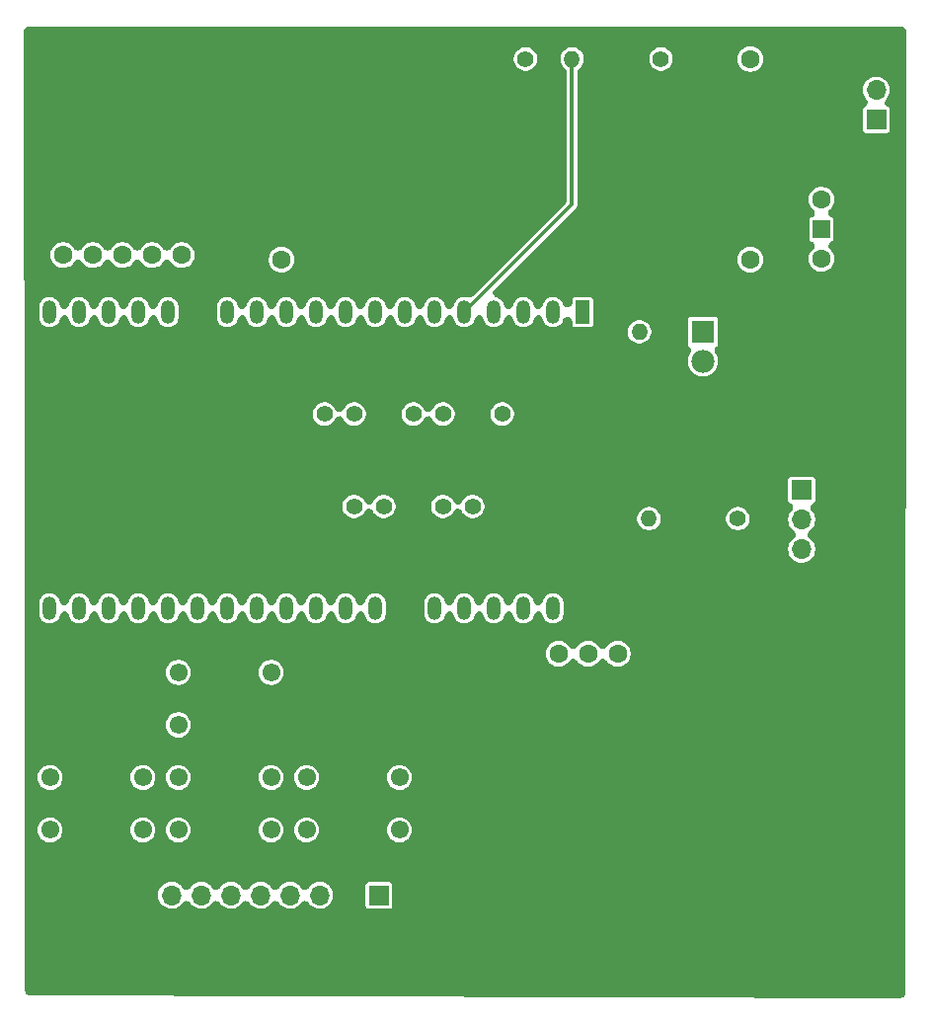
<source format=gbl>
G04 #@! TF.GenerationSoftware,KiCad,Pcbnew,9.0.0*
G04 #@! TF.CreationDate,2025-04-11T21:54:49+02:00*
G04 #@! TF.ProjectId,eConBadge,65436f6e-4261-4646-9765-2e6b69636164,rev?*
G04 #@! TF.SameCoordinates,Original*
G04 #@! TF.FileFunction,Copper,L2,Bot*
G04 #@! TF.FilePolarity,Positive*
%FSLAX46Y46*%
G04 Gerber Fmt 4.6, Leading zero omitted, Abs format (unit mm)*
G04 Created by KiCad (PCBNEW 9.0.0) date 2025-04-11 21:54:49*
%MOMM*%
%LPD*%
G01*
G04 APERTURE LIST*
G04 #@! TA.AperFunction,ComponentPad*
%ADD10C,1.400000*%
G04 #@! TD*
G04 #@! TA.AperFunction,ComponentPad*
%ADD11C,1.550000*%
G04 #@! TD*
G04 #@! TA.AperFunction,ComponentPad*
%ADD12C,1.600000*%
G04 #@! TD*
G04 #@! TA.AperFunction,ComponentPad*
%ADD13R,1.980000X1.980000*%
G04 #@! TD*
G04 #@! TA.AperFunction,ComponentPad*
%ADD14C,1.980000*%
G04 #@! TD*
G04 #@! TA.AperFunction,ComponentPad*
%ADD15R,1.700000X1.700000*%
G04 #@! TD*
G04 #@! TA.AperFunction,ComponentPad*
%ADD16O,1.700000X1.700000*%
G04 #@! TD*
G04 #@! TA.AperFunction,ComponentPad*
%ADD17R,1.500000X1.500000*%
G04 #@! TD*
G04 #@! TA.AperFunction,ComponentPad*
%ADD18R,1.200000X2.000000*%
G04 #@! TD*
G04 #@! TA.AperFunction,ComponentPad*
%ADD19O,1.200000X2.000000*%
G04 #@! TD*
G04 #@! TA.AperFunction,ComponentPad*
%ADD20O,1.400000X1.400000*%
G04 #@! TD*
G04 #@! TA.AperFunction,Conductor*
%ADD21C,0.300000*%
G04 #@! TD*
G04 APERTURE END LIST*
D10*
G04 #@! TO.P,74AHCT125 ,14*
G04 #@! TO.N,VCC_5V*
X163120000Y-48530000D03*
G04 #@! TO.P,74AHCT125 ,13*
G04 #@! TO.N,GND*
X160580000Y-48530000D03*
G04 #@! TO.P,74AHCT125 ,12*
G04 #@! TO.N,LED_DATA_3V*
X158040000Y-48530000D03*
G04 #@! TO.P,74AHCT125 ,11*
G04 #@! TO.N,LED_DATA_5V_SHIFT*
X155500000Y-48530000D03*
G04 #@! TO.P,74AHCT125 ,10*
G04 #@! TO.N,GND*
X152960000Y-48530000D03*
G04 #@! TO.P,74AHCT125 ,9*
G04 #@! TO.N,N/C*
X150420000Y-48530000D03*
G04 #@! TO.P,74AHCT125 ,8*
X147880000Y-48530000D03*
G04 #@! TO.P,74AHCT125 ,7*
G04 #@! TO.N,GND*
X147880000Y-56470000D03*
G04 #@! TO.P,74AHCT125 ,6*
G04 #@! TO.N,N/C*
X150420000Y-56470000D03*
G04 #@! TO.P,74AHCT125 ,5*
X152960000Y-56470000D03*
G04 #@! TO.P,74AHCT125 ,1*
G04 #@! TO.N,GND*
X163120000Y-56470000D03*
G04 #@! TO.P,74AHCT125 ,2*
G04 #@! TO.N,N/C*
X160580000Y-56470000D03*
G04 #@! TO.P,74AHCT125 ,3*
X158040000Y-56470000D03*
G04 #@! TO.P,74AHCT125 ,4*
G04 #@! TO.N,GND*
X155500000Y-56470000D03*
G04 #@! TD*
D11*
G04 #@! TO.P,BackBtn,2*
G04 #@! TO.N,VCC3.3*
X132300000Y-84200000D03*
G04 #@! TO.P,BackBtn,1*
G04 #@! TO.N,BTN_BACK*
X124340000Y-79700000D03*
G04 #@! TO.N,N/C*
X132300000Y-79700000D03*
G04 #@! TO.P,BackBtn,2*
X124340000Y-84200000D03*
G04 #@! TD*
D12*
G04 #@! TO.P,OLED,2*
G04 #@! TO.N,VCC3.3*
X167940000Y-69100000D03*
G04 #@! TO.P,OLED,1*
G04 #@! TO.N,GND*
X165400000Y-69100000D03*
G04 #@! TO.P,OLED,3*
G04 #@! TO.N,OLED_CLK*
X170480000Y-69100000D03*
G04 #@! TO.P,OLED,4*
G04 #@! TO.N,OLED_SDA*
X173020000Y-69100000D03*
G04 #@! TD*
D13*
G04 #@! TO.P,LED_EN_MOSFET,1*
G04 #@! TO.N,LED_EN*
X180322500Y-41475000D03*
D14*
G04 #@! TO.P,LED_EN_MOSFET,2*
G04 #@! TO.N,LED_GND*
X180322500Y-44015000D03*
G04 #@! TO.P,LED_EN_MOSFET,3*
G04 #@! TO.N,GND*
X180322500Y-46555000D03*
G04 #@! TD*
D15*
G04 #@! TO.P,LEDConnector,1*
G04 #@! TO.N,LED_GND*
X188800000Y-55060000D03*
D16*
G04 #@! TO.P,LEDConnector,2*
G04 #@! TO.N,LED_DATA_5V_OUT*
X188800000Y-57600000D03*
G04 #@! TO.P,LEDConnector,3*
G04 #@! TO.N,VCC_5V*
X188800000Y-60140000D03*
G04 #@! TD*
D12*
G04 #@! TO.P,4005-DCDC,1*
G04 #@! TO.N,VCC_5V*
X144200000Y-35300000D03*
G04 #@! TO.P,4005-DCDC,2*
G04 #@! TO.N,GND*
X144200000Y-18100000D03*
G04 #@! TO.P,4005-DCDC,3*
G04 #@! TO.N,BATT_IN_REG*
X184400000Y-35300000D03*
G04 #@! TO.P,4005-DCDC,4*
G04 #@! TO.N,BATT_IN_GND*
X184400000Y-18100000D03*
G04 #@! TD*
D15*
G04 #@! TO.P,EInkConnector,1*
G04 #@! TO.N,VCC3.3*
X152540000Y-89800000D03*
D16*
G04 #@! TO.P,EInkConnector,2*
G04 #@! TO.N,GND*
X150000000Y-89800000D03*
G04 #@! TO.P,EInkConnector,3*
G04 #@! TO.N,EINK_DIN*
X147460000Y-89800000D03*
G04 #@! TO.P,EInkConnector,4*
G04 #@! TO.N,EINK_CLK*
X144920000Y-89800000D03*
G04 #@! TO.P,EInkConnector,5*
G04 #@! TO.N,EINK_CS*
X142380000Y-89800000D03*
G04 #@! TO.P,EInkConnector,6*
G04 #@! TO.N,EINK_DC*
X139840000Y-89800000D03*
G04 #@! TO.P,EInkConnector,7*
G04 #@! TO.N,EINK_RESET*
X137300000Y-89800000D03*
G04 #@! TO.P,EInkConnector,8*
G04 #@! TO.N,EINK_BUSY*
X134760000Y-89800000D03*
G04 #@! TD*
D15*
G04 #@! TO.P,BATT-,1*
G04 #@! TO.N,BATT_IN_VCC*
X195200000Y-23300000D03*
D16*
G04 #@! TO.P,BATT-,2*
G04 #@! TO.N,BATT_IN_GND*
X195200000Y-20760000D03*
G04 #@! TD*
D17*
G04 #@! TO.P,SwitchOnOff,1*
G04 #@! TO.N,BATT_IN_VCC*
X190500000Y-32700000D03*
D12*
G04 #@! TO.P,SwitchOnOff,2*
G04 #@! TO.N,BATT_IN_REG*
X190500000Y-35240000D03*
G04 #@! TO.P,SwitchOnOff,3*
G04 #@! TO.N,N/C*
X190500000Y-30160000D03*
G04 #@! TD*
D18*
G04 #@! TO.P,ESP32,1*
G04 #@! TO.N,VCC3.3*
X170020000Y-39800000D03*
D19*
G04 #@! TO.P,ESP32,2*
G04 #@! TO.N,N/C*
X167480000Y-39800000D03*
G04 #@! TO.P,ESP32,3*
X164940000Y-39800000D03*
G04 #@! TO.P,ESP32,4*
X162400000Y-39800000D03*
G04 #@! TO.P,ESP32,5*
G04 #@! TO.N,BATT_V_MEASURE*
X159860000Y-39800000D03*
G04 #@! TO.P,ESP32,6*
G04 #@! TO.N,N/C*
X157320000Y-39800000D03*
G04 #@! TO.P,ESP32,7*
G04 #@! TO.N,LED_EN*
X154780000Y-39800000D03*
G04 #@! TO.P,ESP32,8*
G04 #@! TO.N,LED_DATA_3V*
X152240000Y-39800000D03*
G04 #@! TO.P,ESP32,9*
G04 #@! TO.N,N/C*
X149700000Y-39800000D03*
G04 #@! TO.P,ESP32,10*
G04 #@! TO.N,SD_MISO*
X147160000Y-39800000D03*
G04 #@! TO.P,ESP32,11*
G04 #@! TO.N,SD_CLK*
X144620000Y-39800000D03*
G04 #@! TO.P,ESP32,12*
G04 #@! TO.N,SD_MOSI*
X142080000Y-39800000D03*
G04 #@! TO.P,ESP32,13*
G04 #@! TO.N,N/C*
X139540000Y-39800000D03*
G04 #@! TO.P,ESP32,14*
G04 #@! TO.N,GND*
X137000000Y-39800000D03*
G04 #@! TO.P,ESP32,15*
G04 #@! TO.N,SD_CS*
X134460000Y-39800000D03*
G04 #@! TO.P,ESP32,16*
G04 #@! TO.N,N/C*
X131920000Y-39800000D03*
G04 #@! TO.P,ESP32,17*
X129380000Y-39800000D03*
G04 #@! TO.P,ESP32,18*
X126840000Y-39800000D03*
G04 #@! TO.P,ESP32,19*
G04 #@! TO.N,VCC_5V*
X124300000Y-39800000D03*
G04 #@! TO.P,ESP32,20*
G04 #@! TO.N,N/C*
X124302720Y-65196320D03*
G04 #@! TO.P,ESP32,21*
X126842720Y-65196320D03*
G04 #@! TO.P,ESP32,22*
X129380000Y-65200000D03*
G04 #@! TO.P,ESP32,23*
G04 #@! TO.N,BTN_BACK*
X131920000Y-65200000D03*
G04 #@! TO.P,ESP32,24*
G04 #@! TO.N,BTN_DOWN*
X134460000Y-65200000D03*
G04 #@! TO.P,ESP32,25*
G04 #@! TO.N,BTN_UP*
X137000000Y-65200000D03*
G04 #@! TO.P,ESP32,26*
G04 #@! TO.N,BTN_ENTER*
X139540000Y-65200000D03*
G04 #@! TO.P,ESP32,27*
G04 #@! TO.N,EINK_BUSY*
X142080000Y-65200000D03*
G04 #@! TO.P,ESP32,28*
G04 #@! TO.N,EINK_RESET*
X144620000Y-65200000D03*
G04 #@! TO.P,ESP32,29*
G04 #@! TO.N,EINK_DC*
X147160000Y-65200000D03*
G04 #@! TO.P,ESP32,30*
G04 #@! TO.N,EINK_CS*
X149700000Y-65200000D03*
G04 #@! TO.P,ESP32,31*
G04 #@! TO.N,EINK_CLK*
X152240000Y-65200000D03*
G04 #@! TO.P,ESP32,32*
G04 #@! TO.N,GND*
X154780000Y-65200000D03*
G04 #@! TO.P,ESP32,33*
G04 #@! TO.N,EINK_DIN*
X157320000Y-65200000D03*
G04 #@! TO.P,ESP32,34*
G04 #@! TO.N,N/C*
X159860000Y-65200000D03*
G04 #@! TO.P,ESP32,35*
X162400000Y-65200000D03*
G04 #@! TO.P,ESP32,36*
G04 #@! TO.N,OLED_CLK*
X164940000Y-65200000D03*
G04 #@! TO.P,ESP32,37*
G04 #@! TO.N,OLED_SDA*
X167480000Y-65200000D03*
G04 #@! TO.P,ESP32,38*
G04 #@! TO.N,GND*
X170020000Y-65200000D03*
G04 #@! TD*
D11*
G04 #@! TO.P,DownBtn,2*
G04 #@! TO.N,VCC3.3*
X143300000Y-84200000D03*
G04 #@! TO.P,DownBtn,1*
G04 #@! TO.N,BTN_DOWN*
X135340000Y-79700000D03*
G04 #@! TO.N,N/C*
X143300000Y-79700000D03*
G04 #@! TO.P,DownBtn,2*
X135340000Y-84200000D03*
G04 #@! TD*
G04 #@! TO.P,UpBtn,1*
G04 #@! TO.N,BTN_UP*
X135340000Y-70700000D03*
G04 #@! TO.N,N/C*
X143300000Y-70700000D03*
G04 #@! TO.P,UpBtn,2*
X135340000Y-75200000D03*
G04 #@! TO.N,GND*
X143300000Y-75200000D03*
G04 #@! TD*
G04 #@! TO.P,EnterBtn,2*
G04 #@! TO.N,VCC3.3*
X154300000Y-84200000D03*
G04 #@! TO.P,EnterBtn,1*
G04 #@! TO.N,BTN_ENTER*
X146340000Y-79700000D03*
G04 #@! TO.N,N/C*
X154300000Y-79700000D03*
G04 #@! TO.P,EnterBtn,2*
X146340000Y-84200000D03*
G04 #@! TD*
D12*
G04 #@! TO.P,SDCardReader,1*
G04 #@! TO.N,VCC3.3*
X125480000Y-34920000D03*
G04 #@! TO.P,SDCardReader,2*
G04 #@! TO.N,SD_CS*
X128020000Y-34920000D03*
G04 #@! TO.P,SDCardReader,3*
G04 #@! TO.N,SD_MOSI*
X130560000Y-34920000D03*
G04 #@! TO.P,SDCardReader,4*
G04 #@! TO.N,SD_CLK*
X133100000Y-34920000D03*
G04 #@! TO.P,SDCardReader,5*
G04 #@! TO.N,SD_MISO*
X135640000Y-34920000D03*
G04 #@! TO.P,SDCardReader,6*
G04 #@! TO.N,GND*
X138180000Y-34920000D03*
G04 #@! TD*
D10*
G04 #@! TO.P,10K LED_MOSFET,1*
G04 #@! TO.N,GND*
X174900000Y-49110000D03*
D20*
G04 #@! TO.P,10K LED_MOSFET,2*
G04 #@! TO.N,LED_EN*
X174900000Y-41490000D03*
G04 #@! TD*
D10*
G04 #@! TO.P,R2 20K,1*
G04 #@! TO.N,BATT_V_MEASURE*
X165110000Y-18100000D03*
D20*
G04 #@! TO.P,R2 20K,2*
G04 #@! TO.N,GND*
X157490000Y-18100000D03*
G04 #@! TD*
D10*
G04 #@! TO.P,330 LED_DATA_R,1*
G04 #@! TO.N,LED_DATA_5V_OUT*
X183310000Y-57500000D03*
D20*
G04 #@! TO.P,330 LED_DATA_R,2*
G04 #@! TO.N,LED_DATA_5V_SHIFT*
X175690000Y-57500000D03*
G04 #@! TD*
D10*
G04 #@! TO.P,R1 220K,1*
G04 #@! TO.N,BATT_IN_REG*
X176720000Y-18100000D03*
D20*
G04 #@! TO.P,R1 220K,2*
G04 #@! TO.N,BATT_V_MEASURE*
X169100000Y-18100000D03*
G04 #@! TD*
D21*
G04 #@! TO.N,BATT_V_MEASURE*
X169100000Y-30560000D02*
X159860000Y-39800000D01*
X169100000Y-18100000D02*
X169100000Y-30560000D01*
G04 #@! TD*
G04 #@! TA.AperFunction,Conductor*
G04 #@! TO.N,GND*
G36*
X197523818Y-15319528D02*
G01*
X197635046Y-15376202D01*
X197723318Y-15464474D01*
X197779992Y-15575702D01*
X197799520Y-15699000D01*
X197799520Y-15699479D01*
X197700479Y-98200421D01*
X197680802Y-98323695D01*
X197623995Y-98434856D01*
X197535618Y-98523021D01*
X197424321Y-98579561D01*
X197301000Y-98598942D01*
X197300422Y-98598941D01*
X122597464Y-98401052D01*
X122474218Y-98381197D01*
X122363140Y-98324228D01*
X122275103Y-98235723D01*
X122218724Y-98124345D01*
X122199521Y-98002537D01*
X122189542Y-89709454D01*
X133609500Y-89709454D01*
X133609500Y-89890546D01*
X133637829Y-90069409D01*
X133637830Y-90069415D01*
X133693785Y-90241631D01*
X133693787Y-90241636D01*
X133776005Y-90402997D01*
X133882444Y-90549497D01*
X133882447Y-90549501D01*
X134010499Y-90677553D01*
X134010502Y-90677555D01*
X134157002Y-90783994D01*
X134318363Y-90866212D01*
X134318368Y-90866214D01*
X134490584Y-90922169D01*
X134490585Y-90922169D01*
X134490591Y-90922171D01*
X134669454Y-90950500D01*
X134669458Y-90950500D01*
X134850542Y-90950500D01*
X134850546Y-90950500D01*
X135029409Y-90922171D01*
X135090856Y-90902206D01*
X135201631Y-90866214D01*
X135201636Y-90866212D01*
X135201636Y-90866211D01*
X135201639Y-90866211D01*
X135362994Y-90783996D01*
X135509501Y-90677553D01*
X135637553Y-90549501D01*
X135707202Y-90453637D01*
X135795473Y-90365366D01*
X135906702Y-90308692D01*
X136029999Y-90289163D01*
X136153297Y-90308691D01*
X136264526Y-90365365D01*
X136352798Y-90453637D01*
X136422447Y-90549501D01*
X136550499Y-90677553D01*
X136550502Y-90677555D01*
X136697002Y-90783994D01*
X136858363Y-90866212D01*
X136858368Y-90866214D01*
X137030584Y-90922169D01*
X137030585Y-90922169D01*
X137030591Y-90922171D01*
X137209454Y-90950500D01*
X137209458Y-90950500D01*
X137390542Y-90950500D01*
X137390546Y-90950500D01*
X137569409Y-90922171D01*
X137630856Y-90902206D01*
X137741631Y-90866214D01*
X137741636Y-90866212D01*
X137741636Y-90866211D01*
X137741639Y-90866211D01*
X137902994Y-90783996D01*
X138049501Y-90677553D01*
X138177553Y-90549501D01*
X138247202Y-90453637D01*
X138335473Y-90365366D01*
X138446702Y-90308692D01*
X138569999Y-90289163D01*
X138693297Y-90308691D01*
X138804526Y-90365365D01*
X138892798Y-90453637D01*
X138962447Y-90549501D01*
X139090499Y-90677553D01*
X139090502Y-90677555D01*
X139237002Y-90783994D01*
X139398363Y-90866212D01*
X139398368Y-90866214D01*
X139570584Y-90922169D01*
X139570585Y-90922169D01*
X139570591Y-90922171D01*
X139749454Y-90950500D01*
X139749458Y-90950500D01*
X139930542Y-90950500D01*
X139930546Y-90950500D01*
X140109409Y-90922171D01*
X140170856Y-90902206D01*
X140281631Y-90866214D01*
X140281636Y-90866212D01*
X140281636Y-90866211D01*
X140281639Y-90866211D01*
X140442994Y-90783996D01*
X140589501Y-90677553D01*
X140717553Y-90549501D01*
X140787202Y-90453637D01*
X140875473Y-90365366D01*
X140986702Y-90308692D01*
X141109999Y-90289163D01*
X141233297Y-90308691D01*
X141344526Y-90365365D01*
X141432798Y-90453637D01*
X141502447Y-90549501D01*
X141630499Y-90677553D01*
X141630502Y-90677555D01*
X141777002Y-90783994D01*
X141938363Y-90866212D01*
X141938368Y-90866214D01*
X142110584Y-90922169D01*
X142110585Y-90922169D01*
X142110591Y-90922171D01*
X142289454Y-90950500D01*
X142289458Y-90950500D01*
X142470542Y-90950500D01*
X142470546Y-90950500D01*
X142649409Y-90922171D01*
X142710856Y-90902206D01*
X142821631Y-90866214D01*
X142821636Y-90866212D01*
X142821636Y-90866211D01*
X142821639Y-90866211D01*
X142982994Y-90783996D01*
X143129501Y-90677553D01*
X143257553Y-90549501D01*
X143327202Y-90453637D01*
X143415473Y-90365366D01*
X143526702Y-90308692D01*
X143649999Y-90289163D01*
X143773297Y-90308691D01*
X143884526Y-90365365D01*
X143972798Y-90453637D01*
X144042447Y-90549501D01*
X144170499Y-90677553D01*
X144170502Y-90677555D01*
X144317002Y-90783994D01*
X144478363Y-90866212D01*
X144478368Y-90866214D01*
X144650584Y-90922169D01*
X144650585Y-90922169D01*
X144650591Y-90922171D01*
X144829454Y-90950500D01*
X144829458Y-90950500D01*
X145010542Y-90950500D01*
X145010546Y-90950500D01*
X145189409Y-90922171D01*
X145250856Y-90902206D01*
X145361631Y-90866214D01*
X145361636Y-90866212D01*
X145361636Y-90866211D01*
X145361639Y-90866211D01*
X145522994Y-90783996D01*
X145669501Y-90677553D01*
X145797553Y-90549501D01*
X145867202Y-90453637D01*
X145955473Y-90365366D01*
X146066702Y-90308692D01*
X146189999Y-90289163D01*
X146313297Y-90308691D01*
X146424526Y-90365365D01*
X146512798Y-90453637D01*
X146582447Y-90549501D01*
X146710499Y-90677553D01*
X146710502Y-90677555D01*
X146857002Y-90783994D01*
X147018363Y-90866212D01*
X147018368Y-90866214D01*
X147190584Y-90922169D01*
X147190585Y-90922169D01*
X147190591Y-90922171D01*
X147369454Y-90950500D01*
X147369458Y-90950500D01*
X147550542Y-90950500D01*
X147550546Y-90950500D01*
X147729409Y-90922171D01*
X147790856Y-90902206D01*
X147901631Y-90866214D01*
X147901636Y-90866212D01*
X147901636Y-90866211D01*
X147901639Y-90866211D01*
X148062994Y-90783996D01*
X148209501Y-90677553D01*
X148337553Y-90549501D01*
X148443996Y-90402994D01*
X148526211Y-90241639D01*
X148582171Y-90069409D01*
X148610500Y-89890546D01*
X148610500Y-89709454D01*
X148582171Y-89530591D01*
X148582169Y-89530584D01*
X148526214Y-89358368D01*
X148526212Y-89358363D01*
X148443994Y-89197002D01*
X148393960Y-89128137D01*
X148337553Y-89050499D01*
X148209501Y-88922447D01*
X148185680Y-88905140D01*
X148185666Y-88905130D01*
X151389500Y-88905130D01*
X151389500Y-90694859D01*
X151389501Y-90694864D01*
X151392415Y-90719992D01*
X151437792Y-90822762D01*
X151437793Y-90822763D01*
X151437794Y-90822765D01*
X151517235Y-90902206D01*
X151620009Y-90947585D01*
X151645135Y-90950500D01*
X153434864Y-90950499D01*
X153459991Y-90947585D01*
X153562765Y-90902206D01*
X153642206Y-90822765D01*
X153687585Y-90719991D01*
X153690500Y-90694865D01*
X153690499Y-88905136D01*
X153687585Y-88880009D01*
X153642206Y-88777235D01*
X153562765Y-88697794D01*
X153562763Y-88697793D01*
X153562762Y-88697792D01*
X153459994Y-88652416D01*
X153459991Y-88652415D01*
X153459990Y-88652414D01*
X153459987Y-88652414D01*
X153434869Y-88649500D01*
X151645140Y-88649500D01*
X151645135Y-88649501D01*
X151620007Y-88652415D01*
X151517237Y-88697792D01*
X151437792Y-88777237D01*
X151392416Y-88880005D01*
X151392414Y-88880012D01*
X151389500Y-88905130D01*
X148185666Y-88905130D01*
X148062997Y-88816005D01*
X147901636Y-88733787D01*
X147901631Y-88733785D01*
X147729415Y-88677830D01*
X147729409Y-88677829D01*
X147550546Y-88649500D01*
X147369454Y-88649500D01*
X147216777Y-88673681D01*
X147190584Y-88677830D01*
X147018368Y-88733785D01*
X147018363Y-88733787D01*
X146857002Y-88816005D01*
X146710502Y-88922444D01*
X146582442Y-89050504D01*
X146512797Y-89146363D01*
X146424525Y-89234634D01*
X146313297Y-89291308D01*
X146189999Y-89310836D01*
X146066701Y-89291307D01*
X145955473Y-89234633D01*
X145867203Y-89146363D01*
X145797557Y-89050504D01*
X145797555Y-89050502D01*
X145797553Y-89050499D01*
X145669501Y-88922447D01*
X145645680Y-88905140D01*
X145522997Y-88816005D01*
X145361636Y-88733787D01*
X145361631Y-88733785D01*
X145189415Y-88677830D01*
X145189409Y-88677829D01*
X145010546Y-88649500D01*
X144829454Y-88649500D01*
X144676777Y-88673681D01*
X144650584Y-88677830D01*
X144478368Y-88733785D01*
X144478363Y-88733787D01*
X144317002Y-88816005D01*
X144170502Y-88922444D01*
X144042442Y-89050504D01*
X143972797Y-89146363D01*
X143884525Y-89234634D01*
X143773297Y-89291308D01*
X143649999Y-89310836D01*
X143526701Y-89291307D01*
X143415473Y-89234633D01*
X143327203Y-89146363D01*
X143257557Y-89050504D01*
X143257555Y-89050502D01*
X143257553Y-89050499D01*
X143129501Y-88922447D01*
X143105680Y-88905140D01*
X142982997Y-88816005D01*
X142821636Y-88733787D01*
X142821631Y-88733785D01*
X142649415Y-88677830D01*
X142649409Y-88677829D01*
X142470546Y-88649500D01*
X142289454Y-88649500D01*
X142136777Y-88673681D01*
X142110584Y-88677830D01*
X141938368Y-88733785D01*
X141938363Y-88733787D01*
X141777002Y-88816005D01*
X141630502Y-88922444D01*
X141502442Y-89050504D01*
X141432797Y-89146363D01*
X141344525Y-89234634D01*
X141233297Y-89291308D01*
X141109999Y-89310836D01*
X140986701Y-89291307D01*
X140875473Y-89234633D01*
X140787203Y-89146363D01*
X140717557Y-89050504D01*
X140717555Y-89050502D01*
X140717553Y-89050499D01*
X140589501Y-88922447D01*
X140565680Y-88905140D01*
X140442997Y-88816005D01*
X140281636Y-88733787D01*
X140281631Y-88733785D01*
X140109415Y-88677830D01*
X140109409Y-88677829D01*
X139930546Y-88649500D01*
X139749454Y-88649500D01*
X139596777Y-88673681D01*
X139570584Y-88677830D01*
X139398368Y-88733785D01*
X139398363Y-88733787D01*
X139237002Y-88816005D01*
X139090502Y-88922444D01*
X138962442Y-89050504D01*
X138892797Y-89146363D01*
X138804525Y-89234634D01*
X138693297Y-89291308D01*
X138569999Y-89310836D01*
X138446701Y-89291307D01*
X138335473Y-89234633D01*
X138247203Y-89146363D01*
X138177557Y-89050504D01*
X138177555Y-89050502D01*
X138177553Y-89050499D01*
X138049501Y-88922447D01*
X138025680Y-88905140D01*
X137902997Y-88816005D01*
X137741636Y-88733787D01*
X137741631Y-88733785D01*
X137569415Y-88677830D01*
X137569409Y-88677829D01*
X137390546Y-88649500D01*
X137209454Y-88649500D01*
X137056777Y-88673681D01*
X137030584Y-88677830D01*
X136858368Y-88733785D01*
X136858363Y-88733787D01*
X136697002Y-88816005D01*
X136550502Y-88922444D01*
X136422442Y-89050504D01*
X136352797Y-89146363D01*
X136264525Y-89234634D01*
X136153297Y-89291308D01*
X136029999Y-89310836D01*
X135906701Y-89291307D01*
X135795473Y-89234633D01*
X135707203Y-89146363D01*
X135637557Y-89050504D01*
X135637555Y-89050502D01*
X135637553Y-89050499D01*
X135509501Y-88922447D01*
X135485680Y-88905140D01*
X135362997Y-88816005D01*
X135201636Y-88733787D01*
X135201631Y-88733785D01*
X135029415Y-88677830D01*
X135029409Y-88677829D01*
X134850546Y-88649500D01*
X134669454Y-88649500D01*
X134516777Y-88673681D01*
X134490584Y-88677830D01*
X134318368Y-88733785D01*
X134318363Y-88733787D01*
X134157002Y-88816005D01*
X134010502Y-88922444D01*
X133882444Y-89050502D01*
X133776005Y-89197002D01*
X133693787Y-89358363D01*
X133693785Y-89358368D01*
X133637830Y-89530584D01*
X133637829Y-89530591D01*
X133609500Y-89709454D01*
X122189542Y-89709454D01*
X122182810Y-84115358D01*
X123264500Y-84115358D01*
X123264500Y-84284641D01*
X123290983Y-84451853D01*
X123343292Y-84612841D01*
X123343296Y-84612851D01*
X123420150Y-84763686D01*
X123420152Y-84763688D01*
X123519649Y-84900635D01*
X123519651Y-84900637D01*
X123519654Y-84900641D01*
X123639359Y-85020346D01*
X123639362Y-85020348D01*
X123639364Y-85020350D01*
X123776311Y-85119847D01*
X123776313Y-85119849D01*
X123776315Y-85119850D01*
X123927151Y-85196705D01*
X124007652Y-85222861D01*
X124088146Y-85249016D01*
X124088147Y-85249016D01*
X124088153Y-85249018D01*
X124255356Y-85275500D01*
X124255359Y-85275500D01*
X124424641Y-85275500D01*
X124424644Y-85275500D01*
X124591847Y-85249018D01*
X124752849Y-85196705D01*
X124903685Y-85119850D01*
X125040641Y-85020346D01*
X125160346Y-84900641D01*
X125259850Y-84763685D01*
X125336705Y-84612849D01*
X125389018Y-84451847D01*
X125415500Y-84284644D01*
X125415500Y-84115358D01*
X131224500Y-84115358D01*
X131224500Y-84284641D01*
X131250983Y-84451853D01*
X131303292Y-84612841D01*
X131303296Y-84612851D01*
X131380150Y-84763686D01*
X131380152Y-84763688D01*
X131479649Y-84900635D01*
X131479651Y-84900637D01*
X131479654Y-84900641D01*
X131599359Y-85020346D01*
X131599362Y-85020348D01*
X131599364Y-85020350D01*
X131736311Y-85119847D01*
X131736313Y-85119849D01*
X131736315Y-85119850D01*
X131887151Y-85196705D01*
X131967652Y-85222861D01*
X132048146Y-85249016D01*
X132048147Y-85249016D01*
X132048153Y-85249018D01*
X132215356Y-85275500D01*
X132215359Y-85275500D01*
X132384641Y-85275500D01*
X132384644Y-85275500D01*
X132551847Y-85249018D01*
X132712849Y-85196705D01*
X132863685Y-85119850D01*
X133000641Y-85020346D01*
X133120346Y-84900641D01*
X133219850Y-84763685D01*
X133296705Y-84612849D01*
X133349018Y-84451847D01*
X133375500Y-84284644D01*
X133375500Y-84115358D01*
X134264500Y-84115358D01*
X134264500Y-84284641D01*
X134290983Y-84451853D01*
X134343292Y-84612841D01*
X134343296Y-84612851D01*
X134420150Y-84763686D01*
X134420152Y-84763688D01*
X134519649Y-84900635D01*
X134519651Y-84900637D01*
X134519654Y-84900641D01*
X134639359Y-85020346D01*
X134639362Y-85020348D01*
X134639364Y-85020350D01*
X134776311Y-85119847D01*
X134776313Y-85119849D01*
X134776315Y-85119850D01*
X134927151Y-85196705D01*
X135007652Y-85222861D01*
X135088146Y-85249016D01*
X135088147Y-85249016D01*
X135088153Y-85249018D01*
X135255356Y-85275500D01*
X135255359Y-85275500D01*
X135424641Y-85275500D01*
X135424644Y-85275500D01*
X135591847Y-85249018D01*
X135752849Y-85196705D01*
X135903685Y-85119850D01*
X136040641Y-85020346D01*
X136160346Y-84900641D01*
X136259850Y-84763685D01*
X136336705Y-84612849D01*
X136389018Y-84451847D01*
X136415500Y-84284644D01*
X136415500Y-84115358D01*
X142224500Y-84115358D01*
X142224500Y-84284641D01*
X142250983Y-84451853D01*
X142303292Y-84612841D01*
X142303296Y-84612851D01*
X142380150Y-84763686D01*
X142380152Y-84763688D01*
X142479649Y-84900635D01*
X142479651Y-84900637D01*
X142479654Y-84900641D01*
X142599359Y-85020346D01*
X142599362Y-85020348D01*
X142599364Y-85020350D01*
X142736311Y-85119847D01*
X142736313Y-85119849D01*
X142736315Y-85119850D01*
X142887151Y-85196705D01*
X142967652Y-85222861D01*
X143048146Y-85249016D01*
X143048147Y-85249016D01*
X143048153Y-85249018D01*
X143215356Y-85275500D01*
X143215359Y-85275500D01*
X143384641Y-85275500D01*
X143384644Y-85275500D01*
X143551847Y-85249018D01*
X143712849Y-85196705D01*
X143863685Y-85119850D01*
X144000641Y-85020346D01*
X144120346Y-84900641D01*
X144219850Y-84763685D01*
X144296705Y-84612849D01*
X144349018Y-84451847D01*
X144375500Y-84284644D01*
X144375500Y-84115358D01*
X145264500Y-84115358D01*
X145264500Y-84284641D01*
X145290983Y-84451853D01*
X145343292Y-84612841D01*
X145343296Y-84612851D01*
X145420150Y-84763686D01*
X145420152Y-84763688D01*
X145519649Y-84900635D01*
X145519651Y-84900637D01*
X145519654Y-84900641D01*
X145639359Y-85020346D01*
X145639362Y-85020348D01*
X145639364Y-85020350D01*
X145776311Y-85119847D01*
X145776313Y-85119849D01*
X145776315Y-85119850D01*
X145927151Y-85196705D01*
X146007652Y-85222861D01*
X146088146Y-85249016D01*
X146088147Y-85249016D01*
X146088153Y-85249018D01*
X146255356Y-85275500D01*
X146255359Y-85275500D01*
X146424641Y-85275500D01*
X146424644Y-85275500D01*
X146591847Y-85249018D01*
X146752849Y-85196705D01*
X146903685Y-85119850D01*
X147040641Y-85020346D01*
X147160346Y-84900641D01*
X147259850Y-84763685D01*
X147336705Y-84612849D01*
X147389018Y-84451847D01*
X147415500Y-84284644D01*
X147415500Y-84115358D01*
X153224500Y-84115358D01*
X153224500Y-84284641D01*
X153250983Y-84451853D01*
X153303292Y-84612841D01*
X153303296Y-84612851D01*
X153380150Y-84763686D01*
X153380152Y-84763688D01*
X153479649Y-84900635D01*
X153479651Y-84900637D01*
X153479654Y-84900641D01*
X153599359Y-85020346D01*
X153599362Y-85020348D01*
X153599364Y-85020350D01*
X153736311Y-85119847D01*
X153736313Y-85119849D01*
X153736315Y-85119850D01*
X153887151Y-85196705D01*
X153967652Y-85222861D01*
X154048146Y-85249016D01*
X154048147Y-85249016D01*
X154048153Y-85249018D01*
X154215356Y-85275500D01*
X154215359Y-85275500D01*
X154384641Y-85275500D01*
X154384644Y-85275500D01*
X154551847Y-85249018D01*
X154712849Y-85196705D01*
X154863685Y-85119850D01*
X155000641Y-85020346D01*
X155120346Y-84900641D01*
X155219850Y-84763685D01*
X155296705Y-84612849D01*
X155349018Y-84451847D01*
X155375500Y-84284644D01*
X155375500Y-84115356D01*
X155349018Y-83948153D01*
X155296705Y-83787151D01*
X155219850Y-83636315D01*
X155120346Y-83499359D01*
X155000641Y-83379654D01*
X155000637Y-83379651D01*
X155000635Y-83379649D01*
X154863688Y-83280152D01*
X154863686Y-83280150D01*
X154712851Y-83203296D01*
X154712841Y-83203292D01*
X154551853Y-83150983D01*
X154551847Y-83150982D01*
X154384644Y-83124500D01*
X154215356Y-83124500D01*
X154079272Y-83146053D01*
X154048146Y-83150983D01*
X153887158Y-83203292D01*
X153887148Y-83203296D01*
X153736313Y-83280150D01*
X153736311Y-83280152D01*
X153599364Y-83379649D01*
X153479649Y-83499364D01*
X153380152Y-83636311D01*
X153380150Y-83636313D01*
X153303296Y-83787148D01*
X153303292Y-83787158D01*
X153250983Y-83948146D01*
X153224500Y-84115358D01*
X147415500Y-84115358D01*
X147415500Y-84115356D01*
X147389018Y-83948153D01*
X147336705Y-83787151D01*
X147259850Y-83636315D01*
X147160346Y-83499359D01*
X147040641Y-83379654D01*
X147040637Y-83379651D01*
X147040635Y-83379649D01*
X146903688Y-83280152D01*
X146903686Y-83280150D01*
X146752851Y-83203296D01*
X146752841Y-83203292D01*
X146591853Y-83150983D01*
X146591847Y-83150982D01*
X146424644Y-83124500D01*
X146255356Y-83124500D01*
X146119272Y-83146053D01*
X146088146Y-83150983D01*
X145927158Y-83203292D01*
X145927148Y-83203296D01*
X145776313Y-83280150D01*
X145776311Y-83280152D01*
X145639364Y-83379649D01*
X145519649Y-83499364D01*
X145420152Y-83636311D01*
X145420150Y-83636313D01*
X145343296Y-83787148D01*
X145343292Y-83787158D01*
X145290983Y-83948146D01*
X145264500Y-84115358D01*
X144375500Y-84115358D01*
X144375500Y-84115356D01*
X144349018Y-83948153D01*
X144296705Y-83787151D01*
X144219850Y-83636315D01*
X144120346Y-83499359D01*
X144000641Y-83379654D01*
X144000637Y-83379651D01*
X144000635Y-83379649D01*
X143863688Y-83280152D01*
X143863686Y-83280150D01*
X143712851Y-83203296D01*
X143712841Y-83203292D01*
X143551853Y-83150983D01*
X143551847Y-83150982D01*
X143384644Y-83124500D01*
X143215356Y-83124500D01*
X143079272Y-83146053D01*
X143048146Y-83150983D01*
X142887158Y-83203292D01*
X142887148Y-83203296D01*
X142736313Y-83280150D01*
X142736311Y-83280152D01*
X142599364Y-83379649D01*
X142479649Y-83499364D01*
X142380152Y-83636311D01*
X142380150Y-83636313D01*
X142303296Y-83787148D01*
X142303292Y-83787158D01*
X142250983Y-83948146D01*
X142224500Y-84115358D01*
X136415500Y-84115358D01*
X136415500Y-84115356D01*
X136389018Y-83948153D01*
X136336705Y-83787151D01*
X136259850Y-83636315D01*
X136160346Y-83499359D01*
X136040641Y-83379654D01*
X136040637Y-83379651D01*
X136040635Y-83379649D01*
X135903688Y-83280152D01*
X135903686Y-83280150D01*
X135752851Y-83203296D01*
X135752841Y-83203292D01*
X135591853Y-83150983D01*
X135591847Y-83150982D01*
X135424644Y-83124500D01*
X135255356Y-83124500D01*
X135119272Y-83146053D01*
X135088146Y-83150983D01*
X134927158Y-83203292D01*
X134927148Y-83203296D01*
X134776313Y-83280150D01*
X134776311Y-83280152D01*
X134639364Y-83379649D01*
X134519649Y-83499364D01*
X134420152Y-83636311D01*
X134420150Y-83636313D01*
X134343296Y-83787148D01*
X134343292Y-83787158D01*
X134290983Y-83948146D01*
X134264500Y-84115358D01*
X133375500Y-84115358D01*
X133375500Y-84115356D01*
X133349018Y-83948153D01*
X133296705Y-83787151D01*
X133219850Y-83636315D01*
X133120346Y-83499359D01*
X133000641Y-83379654D01*
X133000637Y-83379651D01*
X133000635Y-83379649D01*
X132863688Y-83280152D01*
X132863686Y-83280150D01*
X132712851Y-83203296D01*
X132712841Y-83203292D01*
X132551853Y-83150983D01*
X132551847Y-83150982D01*
X132384644Y-83124500D01*
X132215356Y-83124500D01*
X132079272Y-83146053D01*
X132048146Y-83150983D01*
X131887158Y-83203292D01*
X131887148Y-83203296D01*
X131736313Y-83280150D01*
X131736311Y-83280152D01*
X131599364Y-83379649D01*
X131479649Y-83499364D01*
X131380152Y-83636311D01*
X131380150Y-83636313D01*
X131303296Y-83787148D01*
X131303292Y-83787158D01*
X131250983Y-83948146D01*
X131224500Y-84115358D01*
X125415500Y-84115358D01*
X125415500Y-84115356D01*
X125389018Y-83948153D01*
X125336705Y-83787151D01*
X125259850Y-83636315D01*
X125160346Y-83499359D01*
X125040641Y-83379654D01*
X125040637Y-83379651D01*
X125040635Y-83379649D01*
X124903688Y-83280152D01*
X124903686Y-83280150D01*
X124752851Y-83203296D01*
X124752841Y-83203292D01*
X124591853Y-83150983D01*
X124591847Y-83150982D01*
X124424644Y-83124500D01*
X124255356Y-83124500D01*
X124119272Y-83146053D01*
X124088146Y-83150983D01*
X123927158Y-83203292D01*
X123927148Y-83203296D01*
X123776313Y-83280150D01*
X123776311Y-83280152D01*
X123639364Y-83379649D01*
X123519649Y-83499364D01*
X123420152Y-83636311D01*
X123420150Y-83636313D01*
X123343296Y-83787148D01*
X123343292Y-83787158D01*
X123290983Y-83948146D01*
X123264500Y-84115358D01*
X122182810Y-84115358D01*
X122177395Y-79615358D01*
X123264500Y-79615358D01*
X123264500Y-79784641D01*
X123290983Y-79951853D01*
X123343292Y-80112841D01*
X123343296Y-80112851D01*
X123420150Y-80263686D01*
X123420152Y-80263688D01*
X123519649Y-80400635D01*
X123519651Y-80400637D01*
X123519654Y-80400641D01*
X123639359Y-80520346D01*
X123639362Y-80520348D01*
X123639364Y-80520350D01*
X123776311Y-80619847D01*
X123776313Y-80619849D01*
X123776315Y-80619850D01*
X123927151Y-80696705D01*
X124007652Y-80722861D01*
X124088146Y-80749016D01*
X124088147Y-80749016D01*
X124088153Y-80749018D01*
X124255356Y-80775500D01*
X124255359Y-80775500D01*
X124424641Y-80775500D01*
X124424644Y-80775500D01*
X124591847Y-80749018D01*
X124752849Y-80696705D01*
X124903685Y-80619850D01*
X125040641Y-80520346D01*
X125160346Y-80400641D01*
X125259850Y-80263685D01*
X125336705Y-80112849D01*
X125389018Y-79951847D01*
X125415500Y-79784644D01*
X125415500Y-79615358D01*
X131224500Y-79615358D01*
X131224500Y-79784641D01*
X131250983Y-79951853D01*
X131303292Y-80112841D01*
X131303296Y-80112851D01*
X131380150Y-80263686D01*
X131380152Y-80263688D01*
X131479649Y-80400635D01*
X131479651Y-80400637D01*
X131479654Y-80400641D01*
X131599359Y-80520346D01*
X131599362Y-80520348D01*
X131599364Y-80520350D01*
X131736311Y-80619847D01*
X131736313Y-80619849D01*
X131736315Y-80619850D01*
X131887151Y-80696705D01*
X131967652Y-80722861D01*
X132048146Y-80749016D01*
X132048147Y-80749016D01*
X132048153Y-80749018D01*
X132215356Y-80775500D01*
X132215359Y-80775500D01*
X132384641Y-80775500D01*
X132384644Y-80775500D01*
X132551847Y-80749018D01*
X132712849Y-80696705D01*
X132863685Y-80619850D01*
X133000641Y-80520346D01*
X133120346Y-80400641D01*
X133219850Y-80263685D01*
X133296705Y-80112849D01*
X133349018Y-79951847D01*
X133375500Y-79784644D01*
X133375500Y-79615358D01*
X134264500Y-79615358D01*
X134264500Y-79784641D01*
X134290983Y-79951853D01*
X134343292Y-80112841D01*
X134343296Y-80112851D01*
X134420150Y-80263686D01*
X134420152Y-80263688D01*
X134519649Y-80400635D01*
X134519651Y-80400637D01*
X134519654Y-80400641D01*
X134639359Y-80520346D01*
X134639362Y-80520348D01*
X134639364Y-80520350D01*
X134776311Y-80619847D01*
X134776313Y-80619849D01*
X134776315Y-80619850D01*
X134927151Y-80696705D01*
X135007652Y-80722861D01*
X135088146Y-80749016D01*
X135088147Y-80749016D01*
X135088153Y-80749018D01*
X135255356Y-80775500D01*
X135255359Y-80775500D01*
X135424641Y-80775500D01*
X135424644Y-80775500D01*
X135591847Y-80749018D01*
X135752849Y-80696705D01*
X135903685Y-80619850D01*
X136040641Y-80520346D01*
X136160346Y-80400641D01*
X136259850Y-80263685D01*
X136336705Y-80112849D01*
X136389018Y-79951847D01*
X136415500Y-79784644D01*
X136415500Y-79615358D01*
X142224500Y-79615358D01*
X142224500Y-79784641D01*
X142250983Y-79951853D01*
X142303292Y-80112841D01*
X142303296Y-80112851D01*
X142380150Y-80263686D01*
X142380152Y-80263688D01*
X142479649Y-80400635D01*
X142479651Y-80400637D01*
X142479654Y-80400641D01*
X142599359Y-80520346D01*
X142599362Y-80520348D01*
X142599364Y-80520350D01*
X142736311Y-80619847D01*
X142736313Y-80619849D01*
X142736315Y-80619850D01*
X142887151Y-80696705D01*
X142967652Y-80722861D01*
X143048146Y-80749016D01*
X143048147Y-80749016D01*
X143048153Y-80749018D01*
X143215356Y-80775500D01*
X143215359Y-80775500D01*
X143384641Y-80775500D01*
X143384644Y-80775500D01*
X143551847Y-80749018D01*
X143712849Y-80696705D01*
X143863685Y-80619850D01*
X144000641Y-80520346D01*
X144120346Y-80400641D01*
X144219850Y-80263685D01*
X144296705Y-80112849D01*
X144349018Y-79951847D01*
X144375500Y-79784644D01*
X144375500Y-79615358D01*
X145264500Y-79615358D01*
X145264500Y-79784641D01*
X145290983Y-79951853D01*
X145343292Y-80112841D01*
X145343296Y-80112851D01*
X145420150Y-80263686D01*
X145420152Y-80263688D01*
X145519649Y-80400635D01*
X145519651Y-80400637D01*
X145519654Y-80400641D01*
X145639359Y-80520346D01*
X145639362Y-80520348D01*
X145639364Y-80520350D01*
X145776311Y-80619847D01*
X145776313Y-80619849D01*
X145776315Y-80619850D01*
X145927151Y-80696705D01*
X146007652Y-80722861D01*
X146088146Y-80749016D01*
X146088147Y-80749016D01*
X146088153Y-80749018D01*
X146255356Y-80775500D01*
X146255359Y-80775500D01*
X146424641Y-80775500D01*
X146424644Y-80775500D01*
X146591847Y-80749018D01*
X146752849Y-80696705D01*
X146903685Y-80619850D01*
X147040641Y-80520346D01*
X147160346Y-80400641D01*
X147259850Y-80263685D01*
X147336705Y-80112849D01*
X147389018Y-79951847D01*
X147415500Y-79784644D01*
X147415500Y-79615358D01*
X153224500Y-79615358D01*
X153224500Y-79784641D01*
X153250983Y-79951853D01*
X153303292Y-80112841D01*
X153303296Y-80112851D01*
X153380150Y-80263686D01*
X153380152Y-80263688D01*
X153479649Y-80400635D01*
X153479651Y-80400637D01*
X153479654Y-80400641D01*
X153599359Y-80520346D01*
X153599362Y-80520348D01*
X153599364Y-80520350D01*
X153736311Y-80619847D01*
X153736313Y-80619849D01*
X153736315Y-80619850D01*
X153887151Y-80696705D01*
X153967652Y-80722861D01*
X154048146Y-80749016D01*
X154048147Y-80749016D01*
X154048153Y-80749018D01*
X154215356Y-80775500D01*
X154215359Y-80775500D01*
X154384641Y-80775500D01*
X154384644Y-80775500D01*
X154551847Y-80749018D01*
X154712849Y-80696705D01*
X154863685Y-80619850D01*
X155000641Y-80520346D01*
X155120346Y-80400641D01*
X155219850Y-80263685D01*
X155296705Y-80112849D01*
X155349018Y-79951847D01*
X155375500Y-79784644D01*
X155375500Y-79615356D01*
X155349018Y-79448153D01*
X155296705Y-79287151D01*
X155219850Y-79136315D01*
X155120346Y-78999359D01*
X155000641Y-78879654D01*
X155000637Y-78879651D01*
X155000635Y-78879649D01*
X154863688Y-78780152D01*
X154863686Y-78780150D01*
X154712851Y-78703296D01*
X154712841Y-78703292D01*
X154551853Y-78650983D01*
X154551847Y-78650982D01*
X154384644Y-78624500D01*
X154215356Y-78624500D01*
X154079272Y-78646053D01*
X154048146Y-78650983D01*
X153887158Y-78703292D01*
X153887148Y-78703296D01*
X153736313Y-78780150D01*
X153736311Y-78780152D01*
X153599364Y-78879649D01*
X153479649Y-78999364D01*
X153380152Y-79136311D01*
X153380150Y-79136313D01*
X153303296Y-79287148D01*
X153303292Y-79287158D01*
X153250983Y-79448146D01*
X153224500Y-79615358D01*
X147415500Y-79615358D01*
X147415500Y-79615356D01*
X147389018Y-79448153D01*
X147336705Y-79287151D01*
X147259850Y-79136315D01*
X147160346Y-78999359D01*
X147040641Y-78879654D01*
X147040637Y-78879651D01*
X147040635Y-78879649D01*
X146903688Y-78780152D01*
X146903686Y-78780150D01*
X146752851Y-78703296D01*
X146752841Y-78703292D01*
X146591853Y-78650983D01*
X146591847Y-78650982D01*
X146424644Y-78624500D01*
X146255356Y-78624500D01*
X146119272Y-78646053D01*
X146088146Y-78650983D01*
X145927158Y-78703292D01*
X145927148Y-78703296D01*
X145776313Y-78780150D01*
X145776311Y-78780152D01*
X145639364Y-78879649D01*
X145519649Y-78999364D01*
X145420152Y-79136311D01*
X145420150Y-79136313D01*
X145343296Y-79287148D01*
X145343292Y-79287158D01*
X145290983Y-79448146D01*
X145264500Y-79615358D01*
X144375500Y-79615358D01*
X144375500Y-79615356D01*
X144349018Y-79448153D01*
X144296705Y-79287151D01*
X144219850Y-79136315D01*
X144120346Y-78999359D01*
X144000641Y-78879654D01*
X144000637Y-78879651D01*
X144000635Y-78879649D01*
X143863688Y-78780152D01*
X143863686Y-78780150D01*
X143712851Y-78703296D01*
X143712841Y-78703292D01*
X143551853Y-78650983D01*
X143551847Y-78650982D01*
X143384644Y-78624500D01*
X143215356Y-78624500D01*
X143079272Y-78646053D01*
X143048146Y-78650983D01*
X142887158Y-78703292D01*
X142887148Y-78703296D01*
X142736313Y-78780150D01*
X142736311Y-78780152D01*
X142599364Y-78879649D01*
X142479649Y-78999364D01*
X142380152Y-79136311D01*
X142380150Y-79136313D01*
X142303296Y-79287148D01*
X142303292Y-79287158D01*
X142250983Y-79448146D01*
X142224500Y-79615358D01*
X136415500Y-79615358D01*
X136415500Y-79615356D01*
X136389018Y-79448153D01*
X136336705Y-79287151D01*
X136259850Y-79136315D01*
X136160346Y-78999359D01*
X136040641Y-78879654D01*
X136040637Y-78879651D01*
X136040635Y-78879649D01*
X135903688Y-78780152D01*
X135903686Y-78780150D01*
X135752851Y-78703296D01*
X135752841Y-78703292D01*
X135591853Y-78650983D01*
X135591847Y-78650982D01*
X135424644Y-78624500D01*
X135255356Y-78624500D01*
X135119272Y-78646053D01*
X135088146Y-78650983D01*
X134927158Y-78703292D01*
X134927148Y-78703296D01*
X134776313Y-78780150D01*
X134776311Y-78780152D01*
X134639364Y-78879649D01*
X134519649Y-78999364D01*
X134420152Y-79136311D01*
X134420150Y-79136313D01*
X134343296Y-79287148D01*
X134343292Y-79287158D01*
X134290983Y-79448146D01*
X134264500Y-79615358D01*
X133375500Y-79615358D01*
X133375500Y-79615356D01*
X133349018Y-79448153D01*
X133296705Y-79287151D01*
X133219850Y-79136315D01*
X133120346Y-78999359D01*
X133000641Y-78879654D01*
X133000637Y-78879651D01*
X133000635Y-78879649D01*
X132863688Y-78780152D01*
X132863686Y-78780150D01*
X132712851Y-78703296D01*
X132712841Y-78703292D01*
X132551853Y-78650983D01*
X132551847Y-78650982D01*
X132384644Y-78624500D01*
X132215356Y-78624500D01*
X132079272Y-78646053D01*
X132048146Y-78650983D01*
X131887158Y-78703292D01*
X131887148Y-78703296D01*
X131736313Y-78780150D01*
X131736311Y-78780152D01*
X131599364Y-78879649D01*
X131479649Y-78999364D01*
X131380152Y-79136311D01*
X131380150Y-79136313D01*
X131303296Y-79287148D01*
X131303292Y-79287158D01*
X131250983Y-79448146D01*
X131224500Y-79615358D01*
X125415500Y-79615358D01*
X125415500Y-79615356D01*
X125389018Y-79448153D01*
X125336705Y-79287151D01*
X125259850Y-79136315D01*
X125160346Y-78999359D01*
X125040641Y-78879654D01*
X125040637Y-78879651D01*
X125040635Y-78879649D01*
X124903688Y-78780152D01*
X124903686Y-78780150D01*
X124752851Y-78703296D01*
X124752841Y-78703292D01*
X124591853Y-78650983D01*
X124591847Y-78650982D01*
X124424644Y-78624500D01*
X124255356Y-78624500D01*
X124119272Y-78646053D01*
X124088146Y-78650983D01*
X123927158Y-78703292D01*
X123927148Y-78703296D01*
X123776313Y-78780150D01*
X123776311Y-78780152D01*
X123639364Y-78879649D01*
X123519649Y-78999364D01*
X123420152Y-79136311D01*
X123420150Y-79136313D01*
X123343296Y-79287148D01*
X123343292Y-79287158D01*
X123290983Y-79448146D01*
X123264500Y-79615358D01*
X122177395Y-79615358D01*
X122171979Y-75115358D01*
X134264500Y-75115358D01*
X134264500Y-75284641D01*
X134290983Y-75451853D01*
X134343292Y-75612841D01*
X134343296Y-75612851D01*
X134420150Y-75763686D01*
X134420152Y-75763688D01*
X134519649Y-75900635D01*
X134519651Y-75900637D01*
X134519654Y-75900641D01*
X134639359Y-76020346D01*
X134639362Y-76020348D01*
X134639364Y-76020350D01*
X134776311Y-76119847D01*
X134776313Y-76119849D01*
X134776315Y-76119850D01*
X134927151Y-76196705D01*
X135007652Y-76222861D01*
X135088146Y-76249016D01*
X135088147Y-76249016D01*
X135088153Y-76249018D01*
X135255356Y-76275500D01*
X135255359Y-76275500D01*
X135424641Y-76275500D01*
X135424644Y-76275500D01*
X135591847Y-76249018D01*
X135752849Y-76196705D01*
X135903685Y-76119850D01*
X136040641Y-76020346D01*
X136160346Y-75900641D01*
X136259850Y-75763685D01*
X136336705Y-75612849D01*
X136389018Y-75451847D01*
X136415500Y-75284644D01*
X136415500Y-75115356D01*
X136389018Y-74948153D01*
X136336705Y-74787151D01*
X136259850Y-74636315D01*
X136160346Y-74499359D01*
X136040641Y-74379654D01*
X136040637Y-74379651D01*
X136040635Y-74379649D01*
X135903688Y-74280152D01*
X135903686Y-74280150D01*
X135752851Y-74203296D01*
X135752841Y-74203292D01*
X135591853Y-74150983D01*
X135591847Y-74150982D01*
X135424644Y-74124500D01*
X135255356Y-74124500D01*
X135119272Y-74146053D01*
X135088146Y-74150983D01*
X134927158Y-74203292D01*
X134927148Y-74203296D01*
X134776313Y-74280150D01*
X134776311Y-74280152D01*
X134639364Y-74379649D01*
X134519649Y-74499364D01*
X134420152Y-74636311D01*
X134420150Y-74636313D01*
X134343296Y-74787148D01*
X134343292Y-74787158D01*
X134290983Y-74948146D01*
X134264500Y-75115358D01*
X122171979Y-75115358D01*
X122166564Y-70615358D01*
X134264500Y-70615358D01*
X134264500Y-70784641D01*
X134290983Y-70951853D01*
X134343292Y-71112841D01*
X134343296Y-71112851D01*
X134420150Y-71263686D01*
X134420152Y-71263688D01*
X134519649Y-71400635D01*
X134519651Y-71400637D01*
X134519654Y-71400641D01*
X134639359Y-71520346D01*
X134639362Y-71520348D01*
X134639364Y-71520350D01*
X134776311Y-71619847D01*
X134776313Y-71619849D01*
X134776315Y-71619850D01*
X134927151Y-71696705D01*
X135007652Y-71722861D01*
X135088146Y-71749016D01*
X135088147Y-71749016D01*
X135088153Y-71749018D01*
X135255356Y-71775500D01*
X135255359Y-71775500D01*
X135424641Y-71775500D01*
X135424644Y-71775500D01*
X135591847Y-71749018D01*
X135752849Y-71696705D01*
X135903685Y-71619850D01*
X136040641Y-71520346D01*
X136160346Y-71400641D01*
X136259850Y-71263685D01*
X136336705Y-71112849D01*
X136389018Y-70951847D01*
X136415500Y-70784644D01*
X136415500Y-70615358D01*
X142224500Y-70615358D01*
X142224500Y-70784641D01*
X142250983Y-70951853D01*
X142303292Y-71112841D01*
X142303296Y-71112851D01*
X142380150Y-71263686D01*
X142380152Y-71263688D01*
X142479649Y-71400635D01*
X142479651Y-71400637D01*
X142479654Y-71400641D01*
X142599359Y-71520346D01*
X142599362Y-71520348D01*
X142599364Y-71520350D01*
X142736311Y-71619847D01*
X142736313Y-71619849D01*
X142736315Y-71619850D01*
X142887151Y-71696705D01*
X142967652Y-71722861D01*
X143048146Y-71749016D01*
X143048147Y-71749016D01*
X143048153Y-71749018D01*
X143215356Y-71775500D01*
X143215359Y-71775500D01*
X143384641Y-71775500D01*
X143384644Y-71775500D01*
X143551847Y-71749018D01*
X143712849Y-71696705D01*
X143863685Y-71619850D01*
X144000641Y-71520346D01*
X144120346Y-71400641D01*
X144219850Y-71263685D01*
X144296705Y-71112849D01*
X144349018Y-70951847D01*
X144375500Y-70784644D01*
X144375500Y-70615356D01*
X144349018Y-70448153D01*
X144296705Y-70287151D01*
X144219850Y-70136315D01*
X144199599Y-70108442D01*
X144120350Y-69999364D01*
X144120348Y-69999362D01*
X144120346Y-69999359D01*
X144000641Y-69879654D01*
X144000637Y-69879651D01*
X144000635Y-69879649D01*
X143863688Y-69780152D01*
X143863686Y-69780150D01*
X143712851Y-69703296D01*
X143712841Y-69703292D01*
X143551853Y-69650983D01*
X143551847Y-69650982D01*
X143384644Y-69624500D01*
X143215356Y-69624500D01*
X143079272Y-69646053D01*
X143048146Y-69650983D01*
X142887158Y-69703292D01*
X142887148Y-69703296D01*
X142736313Y-69780150D01*
X142736311Y-69780152D01*
X142599364Y-69879649D01*
X142479649Y-69999364D01*
X142380152Y-70136311D01*
X142380150Y-70136313D01*
X142303296Y-70287148D01*
X142303292Y-70287158D01*
X142250983Y-70448146D01*
X142224500Y-70615358D01*
X136415500Y-70615358D01*
X136415500Y-70615356D01*
X136389018Y-70448153D01*
X136336705Y-70287151D01*
X136259850Y-70136315D01*
X136239599Y-70108442D01*
X136160350Y-69999364D01*
X136160348Y-69999362D01*
X136160346Y-69999359D01*
X136040641Y-69879654D01*
X136040637Y-69879651D01*
X136040635Y-69879649D01*
X135903688Y-69780152D01*
X135903686Y-69780150D01*
X135752851Y-69703296D01*
X135752841Y-69703292D01*
X135591853Y-69650983D01*
X135591847Y-69650982D01*
X135424644Y-69624500D01*
X135255356Y-69624500D01*
X135119272Y-69646053D01*
X135088146Y-69650983D01*
X134927158Y-69703292D01*
X134927148Y-69703296D01*
X134776313Y-69780150D01*
X134776311Y-69780152D01*
X134639364Y-69879649D01*
X134519649Y-69999364D01*
X134420152Y-70136311D01*
X134420150Y-70136313D01*
X134343296Y-70287148D01*
X134343292Y-70287158D01*
X134290983Y-70448146D01*
X134264500Y-70615358D01*
X122166564Y-70615358D01*
X122164636Y-69013391D01*
X166839500Y-69013391D01*
X166839500Y-69186608D01*
X166866599Y-69357707D01*
X166920124Y-69522436D01*
X166920127Y-69522445D01*
X166998768Y-69676789D01*
X167100585Y-69816927D01*
X167223072Y-69939414D01*
X167363210Y-70041231D01*
X167363212Y-70041232D01*
X167517555Y-70119873D01*
X167630553Y-70156588D01*
X167682292Y-70173400D01*
X167682293Y-70173400D01*
X167682299Y-70173402D01*
X167853389Y-70200500D01*
X167853392Y-70200500D01*
X168026608Y-70200500D01*
X168026611Y-70200500D01*
X168197701Y-70173402D01*
X168362445Y-70119873D01*
X168516788Y-70041232D01*
X168656928Y-69939414D01*
X168779414Y-69816928D01*
X168881232Y-69676788D01*
X168881233Y-69676784D01*
X168887202Y-69668570D01*
X168975474Y-69580298D01*
X169086702Y-69523625D01*
X169210000Y-69504096D01*
X169333298Y-69523624D01*
X169444526Y-69580298D01*
X169532798Y-69668570D01*
X169538766Y-69676784D01*
X169538768Y-69676788D01*
X169613865Y-69780150D01*
X169640586Y-69816928D01*
X169763072Y-69939414D01*
X169903210Y-70041231D01*
X169903212Y-70041232D01*
X170057555Y-70119873D01*
X170170553Y-70156588D01*
X170222292Y-70173400D01*
X170222293Y-70173400D01*
X170222299Y-70173402D01*
X170393389Y-70200500D01*
X170393392Y-70200500D01*
X170566608Y-70200500D01*
X170566611Y-70200500D01*
X170737701Y-70173402D01*
X170902445Y-70119873D01*
X171056788Y-70041232D01*
X171196928Y-69939414D01*
X171319414Y-69816928D01*
X171421232Y-69676788D01*
X171421233Y-69676784D01*
X171427202Y-69668570D01*
X171515474Y-69580298D01*
X171626702Y-69523625D01*
X171750000Y-69504096D01*
X171873298Y-69523624D01*
X171984526Y-69580298D01*
X172072798Y-69668570D01*
X172078766Y-69676784D01*
X172078768Y-69676788D01*
X172153865Y-69780150D01*
X172180586Y-69816928D01*
X172303072Y-69939414D01*
X172443210Y-70041231D01*
X172443212Y-70041232D01*
X172597555Y-70119873D01*
X172710553Y-70156588D01*
X172762292Y-70173400D01*
X172762293Y-70173400D01*
X172762299Y-70173402D01*
X172933389Y-70200500D01*
X172933392Y-70200500D01*
X173106608Y-70200500D01*
X173106611Y-70200500D01*
X173277701Y-70173402D01*
X173442445Y-70119873D01*
X173596788Y-70041232D01*
X173736928Y-69939414D01*
X173859414Y-69816928D01*
X173961232Y-69676788D01*
X174039873Y-69522445D01*
X174093402Y-69357701D01*
X174120500Y-69186611D01*
X174120500Y-69013389D01*
X174093402Y-68842299D01*
X174039873Y-68677555D01*
X173961232Y-68523212D01*
X173859414Y-68383072D01*
X173736928Y-68260586D01*
X173736927Y-68260585D01*
X173596789Y-68158768D01*
X173442445Y-68080127D01*
X173442436Y-68080124D01*
X173277707Y-68026599D01*
X173277701Y-68026598D01*
X173106611Y-67999500D01*
X172933389Y-67999500D01*
X172794144Y-68021554D01*
X172762292Y-68026599D01*
X172597563Y-68080124D01*
X172597554Y-68080127D01*
X172443210Y-68158768D01*
X172303072Y-68260585D01*
X172180585Y-68383072D01*
X172072797Y-68531430D01*
X171984526Y-68619701D01*
X171873297Y-68676375D01*
X171749999Y-68695903D01*
X171626701Y-68676374D01*
X171515473Y-68619700D01*
X171427203Y-68531430D01*
X171319414Y-68383072D01*
X171196927Y-68260585D01*
X171056789Y-68158768D01*
X170902445Y-68080127D01*
X170902436Y-68080124D01*
X170737707Y-68026599D01*
X170737701Y-68026598D01*
X170566611Y-67999500D01*
X170393389Y-67999500D01*
X170254144Y-68021554D01*
X170222292Y-68026599D01*
X170057563Y-68080124D01*
X170057554Y-68080127D01*
X169903210Y-68158768D01*
X169763072Y-68260585D01*
X169640585Y-68383072D01*
X169532797Y-68531430D01*
X169444526Y-68619701D01*
X169333297Y-68676375D01*
X169209999Y-68695903D01*
X169086701Y-68676374D01*
X168975473Y-68619700D01*
X168887203Y-68531430D01*
X168779414Y-68383072D01*
X168656927Y-68260585D01*
X168516789Y-68158768D01*
X168362445Y-68080127D01*
X168362436Y-68080124D01*
X168197707Y-68026599D01*
X168197701Y-68026598D01*
X168026611Y-67999500D01*
X167853389Y-67999500D01*
X167714144Y-68021554D01*
X167682292Y-68026599D01*
X167517563Y-68080124D01*
X167517554Y-68080127D01*
X167363210Y-68158768D01*
X167223072Y-68260585D01*
X167100585Y-68383072D01*
X166998768Y-68523210D01*
X166920127Y-68677554D01*
X166920124Y-68677563D01*
X166866599Y-68842292D01*
X166839500Y-69013391D01*
X122164636Y-69013391D01*
X122159455Y-64707629D01*
X123402220Y-64707629D01*
X123402220Y-65685010D01*
X123436824Y-65858981D01*
X123436825Y-65858985D01*
X123436826Y-65858986D01*
X123504707Y-66022867D01*
X123603256Y-66170355D01*
X123728685Y-66295784D01*
X123876173Y-66394333D01*
X124040054Y-66462214D01*
X124040057Y-66462214D01*
X124040058Y-66462215D01*
X124214029Y-66496820D01*
X124391411Y-66496820D01*
X124565381Y-66462215D01*
X124565381Y-66462214D01*
X124565386Y-66462214D01*
X124729267Y-66394333D01*
X124876755Y-66295784D01*
X125002184Y-66170355D01*
X125100733Y-66022867D01*
X125168614Y-65858986D01*
X125181387Y-65794771D01*
X125224594Y-65677653D01*
X125301878Y-65579618D01*
X125405675Y-65510264D01*
X125525822Y-65476379D01*
X125650561Y-65481280D01*
X125767680Y-65524487D01*
X125865715Y-65601771D01*
X125935069Y-65705568D01*
X125964052Y-65794771D01*
X125976826Y-65858986D01*
X126044707Y-66022867D01*
X126143256Y-66170355D01*
X126268685Y-66295784D01*
X126416173Y-66394333D01*
X126580054Y-66462214D01*
X126580057Y-66462214D01*
X126580058Y-66462215D01*
X126754029Y-66496820D01*
X126931411Y-66496820D01*
X127105381Y-66462215D01*
X127105381Y-66462214D01*
X127105386Y-66462214D01*
X127269267Y-66394333D01*
X127416755Y-66295784D01*
X127542184Y-66170355D01*
X127640733Y-66022867D01*
X127708614Y-65858986D01*
X127719661Y-65803448D01*
X127762868Y-65686331D01*
X127840152Y-65588296D01*
X127943948Y-65518941D01*
X128064096Y-65485056D01*
X128188835Y-65489957D01*
X128305953Y-65533164D01*
X128403988Y-65610448D01*
X128473343Y-65714244D01*
X128502326Y-65803448D01*
X128514106Y-65862666D01*
X128581987Y-66026547D01*
X128680536Y-66174035D01*
X128805965Y-66299464D01*
X128953453Y-66398013D01*
X129117334Y-66465894D01*
X129117337Y-66465894D01*
X129117338Y-66465895D01*
X129291309Y-66500500D01*
X129468691Y-66500500D01*
X129642661Y-66465895D01*
X129642661Y-66465894D01*
X129642666Y-66465894D01*
X129806547Y-66398013D01*
X129954035Y-66299464D01*
X130079464Y-66174035D01*
X130178013Y-66026547D01*
X130245894Y-65862666D01*
X130258667Y-65798451D01*
X130301874Y-65681333D01*
X130379158Y-65583298D01*
X130482955Y-65513944D01*
X130603102Y-65480059D01*
X130727841Y-65484960D01*
X130844960Y-65528167D01*
X130942995Y-65605451D01*
X131012349Y-65709248D01*
X131041332Y-65798451D01*
X131054106Y-65862666D01*
X131121987Y-66026547D01*
X131220536Y-66174035D01*
X131345965Y-66299464D01*
X131493453Y-66398013D01*
X131657334Y-66465894D01*
X131657337Y-66465894D01*
X131657338Y-66465895D01*
X131831309Y-66500500D01*
X132008691Y-66500500D01*
X132182661Y-66465895D01*
X132182661Y-66465894D01*
X132182666Y-66465894D01*
X132346547Y-66398013D01*
X132494035Y-66299464D01*
X132619464Y-66174035D01*
X132718013Y-66026547D01*
X132785894Y-65862666D01*
X132798667Y-65798451D01*
X132841874Y-65681333D01*
X132919158Y-65583298D01*
X133022955Y-65513944D01*
X133143102Y-65480059D01*
X133267841Y-65484960D01*
X133384960Y-65528167D01*
X133482995Y-65605451D01*
X133552349Y-65709248D01*
X133581332Y-65798451D01*
X133594106Y-65862666D01*
X133661987Y-66026547D01*
X133760536Y-66174035D01*
X133885965Y-66299464D01*
X134033453Y-66398013D01*
X134197334Y-66465894D01*
X134197337Y-66465894D01*
X134197338Y-66465895D01*
X134371309Y-66500500D01*
X134548691Y-66500500D01*
X134722661Y-66465895D01*
X134722661Y-66465894D01*
X134722666Y-66465894D01*
X134886547Y-66398013D01*
X135034035Y-66299464D01*
X135159464Y-66174035D01*
X135258013Y-66026547D01*
X135325894Y-65862666D01*
X135338667Y-65798451D01*
X135381874Y-65681333D01*
X135459158Y-65583298D01*
X135562955Y-65513944D01*
X135683102Y-65480059D01*
X135807841Y-65484960D01*
X135924960Y-65528167D01*
X136022995Y-65605451D01*
X136092349Y-65709248D01*
X136121332Y-65798451D01*
X136134106Y-65862666D01*
X136201987Y-66026547D01*
X136300536Y-66174035D01*
X136425965Y-66299464D01*
X136573453Y-66398013D01*
X136737334Y-66465894D01*
X136737337Y-66465894D01*
X136737338Y-66465895D01*
X136911309Y-66500500D01*
X137088691Y-66500500D01*
X137262661Y-66465895D01*
X137262661Y-66465894D01*
X137262666Y-66465894D01*
X137426547Y-66398013D01*
X137574035Y-66299464D01*
X137699464Y-66174035D01*
X137798013Y-66026547D01*
X137865894Y-65862666D01*
X137878667Y-65798451D01*
X137921874Y-65681333D01*
X137999158Y-65583298D01*
X138102955Y-65513944D01*
X138223102Y-65480059D01*
X138347841Y-65484960D01*
X138464960Y-65528167D01*
X138562995Y-65605451D01*
X138632349Y-65709248D01*
X138661332Y-65798451D01*
X138674106Y-65862666D01*
X138741987Y-66026547D01*
X138840536Y-66174035D01*
X138965965Y-66299464D01*
X139113453Y-66398013D01*
X139277334Y-66465894D01*
X139277337Y-66465894D01*
X139277338Y-66465895D01*
X139451309Y-66500500D01*
X139628691Y-66500500D01*
X139802661Y-66465895D01*
X139802661Y-66465894D01*
X139802666Y-66465894D01*
X139966547Y-66398013D01*
X140114035Y-66299464D01*
X140239464Y-66174035D01*
X140338013Y-66026547D01*
X140405894Y-65862666D01*
X140418667Y-65798451D01*
X140461874Y-65681333D01*
X140539158Y-65583298D01*
X140642955Y-65513944D01*
X140763102Y-65480059D01*
X140887841Y-65484960D01*
X141004960Y-65528167D01*
X141102995Y-65605451D01*
X141172349Y-65709248D01*
X141201332Y-65798451D01*
X141214106Y-65862666D01*
X141281987Y-66026547D01*
X141380536Y-66174035D01*
X141505965Y-66299464D01*
X141653453Y-66398013D01*
X141817334Y-66465894D01*
X141817337Y-66465894D01*
X141817338Y-66465895D01*
X141991309Y-66500500D01*
X142168691Y-66500500D01*
X142342661Y-66465895D01*
X142342661Y-66465894D01*
X142342666Y-66465894D01*
X142506547Y-66398013D01*
X142654035Y-66299464D01*
X142779464Y-66174035D01*
X142878013Y-66026547D01*
X142945894Y-65862666D01*
X142958667Y-65798451D01*
X143001874Y-65681333D01*
X143079158Y-65583298D01*
X143182955Y-65513944D01*
X143303102Y-65480059D01*
X143427841Y-65484960D01*
X143544960Y-65528167D01*
X143642995Y-65605451D01*
X143712349Y-65709248D01*
X143741332Y-65798451D01*
X143754106Y-65862666D01*
X143821987Y-66026547D01*
X143920536Y-66174035D01*
X144045965Y-66299464D01*
X144193453Y-66398013D01*
X144357334Y-66465894D01*
X144357337Y-66465894D01*
X144357338Y-66465895D01*
X144531309Y-66500500D01*
X144708691Y-66500500D01*
X144882661Y-66465895D01*
X144882661Y-66465894D01*
X144882666Y-66465894D01*
X145046547Y-66398013D01*
X145194035Y-66299464D01*
X145319464Y-66174035D01*
X145418013Y-66026547D01*
X145485894Y-65862666D01*
X145498667Y-65798451D01*
X145541874Y-65681333D01*
X145619158Y-65583298D01*
X145722955Y-65513944D01*
X145843102Y-65480059D01*
X145967841Y-65484960D01*
X146084960Y-65528167D01*
X146182995Y-65605451D01*
X146252349Y-65709248D01*
X146281332Y-65798451D01*
X146294106Y-65862666D01*
X146361987Y-66026547D01*
X146460536Y-66174035D01*
X146585965Y-66299464D01*
X146733453Y-66398013D01*
X146897334Y-66465894D01*
X146897337Y-66465894D01*
X146897338Y-66465895D01*
X147071309Y-66500500D01*
X147248691Y-66500500D01*
X147422661Y-66465895D01*
X147422661Y-66465894D01*
X147422666Y-66465894D01*
X147586547Y-66398013D01*
X147734035Y-66299464D01*
X147859464Y-66174035D01*
X147958013Y-66026547D01*
X148025894Y-65862666D01*
X148038667Y-65798451D01*
X148081874Y-65681333D01*
X148159158Y-65583298D01*
X148262955Y-65513944D01*
X148383102Y-65480059D01*
X148507841Y-65484960D01*
X148624960Y-65528167D01*
X148722995Y-65605451D01*
X148792349Y-65709248D01*
X148821332Y-65798451D01*
X148834106Y-65862666D01*
X148901987Y-66026547D01*
X149000536Y-66174035D01*
X149125965Y-66299464D01*
X149273453Y-66398013D01*
X149437334Y-66465894D01*
X149437337Y-66465894D01*
X149437338Y-66465895D01*
X149611309Y-66500500D01*
X149788691Y-66500500D01*
X149962661Y-66465895D01*
X149962661Y-66465894D01*
X149962666Y-66465894D01*
X150126547Y-66398013D01*
X150274035Y-66299464D01*
X150399464Y-66174035D01*
X150498013Y-66026547D01*
X150565894Y-65862666D01*
X150578667Y-65798451D01*
X150621874Y-65681333D01*
X150699158Y-65583298D01*
X150802955Y-65513944D01*
X150923102Y-65480059D01*
X151047841Y-65484960D01*
X151164960Y-65528167D01*
X151262995Y-65605451D01*
X151332349Y-65709248D01*
X151361332Y-65798451D01*
X151374106Y-65862666D01*
X151441987Y-66026547D01*
X151540536Y-66174035D01*
X151665965Y-66299464D01*
X151813453Y-66398013D01*
X151977334Y-66465894D01*
X151977337Y-66465894D01*
X151977338Y-66465895D01*
X152151309Y-66500500D01*
X152328691Y-66500500D01*
X152502661Y-66465895D01*
X152502661Y-66465894D01*
X152502666Y-66465894D01*
X152666547Y-66398013D01*
X152814035Y-66299464D01*
X152939464Y-66174035D01*
X153038013Y-66026547D01*
X153105894Y-65862666D01*
X153140500Y-65688691D01*
X153140500Y-64711309D01*
X156419500Y-64711309D01*
X156419500Y-65688690D01*
X156454104Y-65862661D01*
X156454105Y-65862665D01*
X156454106Y-65862666D01*
X156521987Y-66026547D01*
X156620536Y-66174035D01*
X156745965Y-66299464D01*
X156893453Y-66398013D01*
X157057334Y-66465894D01*
X157057337Y-66465894D01*
X157057338Y-66465895D01*
X157231309Y-66500500D01*
X157408691Y-66500500D01*
X157582661Y-66465895D01*
X157582661Y-66465894D01*
X157582666Y-66465894D01*
X157746547Y-66398013D01*
X157894035Y-66299464D01*
X158019464Y-66174035D01*
X158118013Y-66026547D01*
X158185894Y-65862666D01*
X158198667Y-65798451D01*
X158241874Y-65681333D01*
X158319158Y-65583298D01*
X158422955Y-65513944D01*
X158543102Y-65480059D01*
X158667841Y-65484960D01*
X158784960Y-65528167D01*
X158882995Y-65605451D01*
X158952349Y-65709248D01*
X158981332Y-65798451D01*
X158994106Y-65862666D01*
X159061987Y-66026547D01*
X159160536Y-66174035D01*
X159285965Y-66299464D01*
X159433453Y-66398013D01*
X159597334Y-66465894D01*
X159597337Y-66465894D01*
X159597338Y-66465895D01*
X159771309Y-66500500D01*
X159948691Y-66500500D01*
X160122661Y-66465895D01*
X160122661Y-66465894D01*
X160122666Y-66465894D01*
X160286547Y-66398013D01*
X160434035Y-66299464D01*
X160559464Y-66174035D01*
X160658013Y-66026547D01*
X160725894Y-65862666D01*
X160738667Y-65798451D01*
X160781874Y-65681333D01*
X160859158Y-65583298D01*
X160962955Y-65513944D01*
X161083102Y-65480059D01*
X161207841Y-65484960D01*
X161324960Y-65528167D01*
X161422995Y-65605451D01*
X161492349Y-65709248D01*
X161521332Y-65798451D01*
X161534106Y-65862666D01*
X161601987Y-66026547D01*
X161700536Y-66174035D01*
X161825965Y-66299464D01*
X161973453Y-66398013D01*
X162137334Y-66465894D01*
X162137337Y-66465894D01*
X162137338Y-66465895D01*
X162311309Y-66500500D01*
X162488691Y-66500500D01*
X162662661Y-66465895D01*
X162662661Y-66465894D01*
X162662666Y-66465894D01*
X162826547Y-66398013D01*
X162974035Y-66299464D01*
X163099464Y-66174035D01*
X163198013Y-66026547D01*
X163265894Y-65862666D01*
X163278667Y-65798451D01*
X163321874Y-65681333D01*
X163399158Y-65583298D01*
X163502955Y-65513944D01*
X163623102Y-65480059D01*
X163747841Y-65484960D01*
X163864960Y-65528167D01*
X163962995Y-65605451D01*
X164032349Y-65709248D01*
X164061332Y-65798451D01*
X164074106Y-65862666D01*
X164141987Y-66026547D01*
X164240536Y-66174035D01*
X164365965Y-66299464D01*
X164513453Y-66398013D01*
X164677334Y-66465894D01*
X164677337Y-66465894D01*
X164677338Y-66465895D01*
X164851309Y-66500500D01*
X165028691Y-66500500D01*
X165202661Y-66465895D01*
X165202661Y-66465894D01*
X165202666Y-66465894D01*
X165366547Y-66398013D01*
X165514035Y-66299464D01*
X165639464Y-66174035D01*
X165738013Y-66026547D01*
X165805894Y-65862666D01*
X165818667Y-65798451D01*
X165861874Y-65681333D01*
X165939158Y-65583298D01*
X166042955Y-65513944D01*
X166163102Y-65480059D01*
X166287841Y-65484960D01*
X166404960Y-65528167D01*
X166502995Y-65605451D01*
X166572349Y-65709248D01*
X166601332Y-65798451D01*
X166614106Y-65862666D01*
X166681987Y-66026547D01*
X166780536Y-66174035D01*
X166905965Y-66299464D01*
X167053453Y-66398013D01*
X167217334Y-66465894D01*
X167217337Y-66465894D01*
X167217338Y-66465895D01*
X167391309Y-66500500D01*
X167568691Y-66500500D01*
X167742661Y-66465895D01*
X167742661Y-66465894D01*
X167742666Y-66465894D01*
X167906547Y-66398013D01*
X168054035Y-66299464D01*
X168179464Y-66174035D01*
X168278013Y-66026547D01*
X168345894Y-65862666D01*
X168380500Y-65688691D01*
X168380500Y-64711309D01*
X168345894Y-64537334D01*
X168278013Y-64373453D01*
X168179464Y-64225965D01*
X168054035Y-64100536D01*
X168048528Y-64096856D01*
X167906549Y-64001988D01*
X167897662Y-63998307D01*
X167742666Y-63934106D01*
X167742665Y-63934105D01*
X167742661Y-63934104D01*
X167568691Y-63899500D01*
X167391309Y-63899500D01*
X167217338Y-63934104D01*
X167053450Y-64001988D01*
X166905968Y-64100533D01*
X166780533Y-64225968D01*
X166681988Y-64373450D01*
X166681987Y-64373453D01*
X166615630Y-64533656D01*
X166614105Y-64537337D01*
X166601333Y-64601548D01*
X166558126Y-64718666D01*
X166480841Y-64816701D01*
X166377045Y-64886055D01*
X166256897Y-64919940D01*
X166132158Y-64915039D01*
X166015040Y-64871832D01*
X165917005Y-64794547D01*
X165847651Y-64690751D01*
X165818667Y-64601548D01*
X165816940Y-64592866D01*
X165805894Y-64537334D01*
X165738013Y-64373453D01*
X165639464Y-64225965D01*
X165514035Y-64100536D01*
X165508528Y-64096856D01*
X165366549Y-64001988D01*
X165357662Y-63998307D01*
X165202666Y-63934106D01*
X165202665Y-63934105D01*
X165202661Y-63934104D01*
X165028691Y-63899500D01*
X164851309Y-63899500D01*
X164677338Y-63934104D01*
X164513450Y-64001988D01*
X164365968Y-64100533D01*
X164240533Y-64225968D01*
X164141988Y-64373450D01*
X164141987Y-64373453D01*
X164075630Y-64533656D01*
X164074105Y-64537337D01*
X164061333Y-64601548D01*
X164018126Y-64718666D01*
X163940841Y-64816701D01*
X163837045Y-64886055D01*
X163716897Y-64919940D01*
X163592158Y-64915039D01*
X163475040Y-64871832D01*
X163377005Y-64794547D01*
X163307651Y-64690751D01*
X163278667Y-64601548D01*
X163276940Y-64592866D01*
X163265894Y-64537334D01*
X163198013Y-64373453D01*
X163099464Y-64225965D01*
X162974035Y-64100536D01*
X162968528Y-64096856D01*
X162826549Y-64001988D01*
X162817662Y-63998307D01*
X162662666Y-63934106D01*
X162662665Y-63934105D01*
X162662661Y-63934104D01*
X162488691Y-63899500D01*
X162311309Y-63899500D01*
X162137338Y-63934104D01*
X161973450Y-64001988D01*
X161825968Y-64100533D01*
X161700533Y-64225968D01*
X161601988Y-64373450D01*
X161601987Y-64373453D01*
X161535630Y-64533656D01*
X161534105Y-64537337D01*
X161521333Y-64601548D01*
X161478126Y-64718666D01*
X161400841Y-64816701D01*
X161297045Y-64886055D01*
X161176897Y-64919940D01*
X161052158Y-64915039D01*
X160935040Y-64871832D01*
X160837005Y-64794547D01*
X160767651Y-64690751D01*
X160738667Y-64601548D01*
X160736940Y-64592866D01*
X160725894Y-64537334D01*
X160658013Y-64373453D01*
X160559464Y-64225965D01*
X160434035Y-64100536D01*
X160428528Y-64096856D01*
X160286549Y-64001988D01*
X160277662Y-63998307D01*
X160122666Y-63934106D01*
X160122665Y-63934105D01*
X160122661Y-63934104D01*
X159948691Y-63899500D01*
X159771309Y-63899500D01*
X159597338Y-63934104D01*
X159433450Y-64001988D01*
X159285968Y-64100533D01*
X159160533Y-64225968D01*
X159061988Y-64373450D01*
X159061987Y-64373453D01*
X158995630Y-64533656D01*
X158994105Y-64537337D01*
X158981333Y-64601548D01*
X158938126Y-64718666D01*
X158860841Y-64816701D01*
X158757045Y-64886055D01*
X158636897Y-64919940D01*
X158512158Y-64915039D01*
X158395040Y-64871832D01*
X158297005Y-64794547D01*
X158227651Y-64690751D01*
X158198667Y-64601548D01*
X158196940Y-64592866D01*
X158185894Y-64537334D01*
X158118013Y-64373453D01*
X158019464Y-64225965D01*
X157894035Y-64100536D01*
X157888528Y-64096856D01*
X157746549Y-64001988D01*
X157737662Y-63998307D01*
X157582666Y-63934106D01*
X157582665Y-63934105D01*
X157582661Y-63934104D01*
X157408691Y-63899500D01*
X157231309Y-63899500D01*
X157057338Y-63934104D01*
X156893450Y-64001988D01*
X156745968Y-64100533D01*
X156620533Y-64225968D01*
X156521988Y-64373450D01*
X156454104Y-64537338D01*
X156419500Y-64711309D01*
X153140500Y-64711309D01*
X153105894Y-64537334D01*
X153038013Y-64373453D01*
X152939464Y-64225965D01*
X152814035Y-64100536D01*
X152808528Y-64096856D01*
X152666549Y-64001988D01*
X152657662Y-63998307D01*
X152502666Y-63934106D01*
X152502665Y-63934105D01*
X152502661Y-63934104D01*
X152328691Y-63899500D01*
X152151309Y-63899500D01*
X151977338Y-63934104D01*
X151813450Y-64001988D01*
X151665968Y-64100533D01*
X151540533Y-64225968D01*
X151441988Y-64373450D01*
X151441987Y-64373453D01*
X151375630Y-64533656D01*
X151374105Y-64537337D01*
X151361333Y-64601548D01*
X151318126Y-64718666D01*
X151240841Y-64816701D01*
X151137045Y-64886055D01*
X151016897Y-64919940D01*
X150892158Y-64915039D01*
X150775040Y-64871832D01*
X150677005Y-64794547D01*
X150607651Y-64690751D01*
X150578667Y-64601548D01*
X150576940Y-64592866D01*
X150565894Y-64537334D01*
X150498013Y-64373453D01*
X150399464Y-64225965D01*
X150274035Y-64100536D01*
X150268528Y-64096856D01*
X150126549Y-64001988D01*
X150117662Y-63998307D01*
X149962666Y-63934106D01*
X149962665Y-63934105D01*
X149962661Y-63934104D01*
X149788691Y-63899500D01*
X149611309Y-63899500D01*
X149437338Y-63934104D01*
X149273450Y-64001988D01*
X149125968Y-64100533D01*
X149000533Y-64225968D01*
X148901988Y-64373450D01*
X148901987Y-64373453D01*
X148835630Y-64533656D01*
X148834105Y-64537337D01*
X148821333Y-64601548D01*
X148778126Y-64718666D01*
X148700841Y-64816701D01*
X148597045Y-64886055D01*
X148476897Y-64919940D01*
X148352158Y-64915039D01*
X148235040Y-64871832D01*
X148137005Y-64794547D01*
X148067651Y-64690751D01*
X148038667Y-64601548D01*
X148036940Y-64592866D01*
X148025894Y-64537334D01*
X147958013Y-64373453D01*
X147859464Y-64225965D01*
X147734035Y-64100536D01*
X147728528Y-64096856D01*
X147586549Y-64001988D01*
X147577662Y-63998307D01*
X147422666Y-63934106D01*
X147422665Y-63934105D01*
X147422661Y-63934104D01*
X147248691Y-63899500D01*
X147071309Y-63899500D01*
X146897338Y-63934104D01*
X146733450Y-64001988D01*
X146585968Y-64100533D01*
X146460533Y-64225968D01*
X146361988Y-64373450D01*
X146361987Y-64373453D01*
X146295630Y-64533656D01*
X146294105Y-64537337D01*
X146281333Y-64601548D01*
X146238126Y-64718666D01*
X146160841Y-64816701D01*
X146057045Y-64886055D01*
X145936897Y-64919940D01*
X145812158Y-64915039D01*
X145695040Y-64871832D01*
X145597005Y-64794547D01*
X145527651Y-64690751D01*
X145498667Y-64601548D01*
X145496940Y-64592866D01*
X145485894Y-64537334D01*
X145418013Y-64373453D01*
X145319464Y-64225965D01*
X145194035Y-64100536D01*
X145188528Y-64096856D01*
X145046549Y-64001988D01*
X145037662Y-63998307D01*
X144882666Y-63934106D01*
X144882665Y-63934105D01*
X144882661Y-63934104D01*
X144708691Y-63899500D01*
X144531309Y-63899500D01*
X144357338Y-63934104D01*
X144193450Y-64001988D01*
X144045968Y-64100533D01*
X143920533Y-64225968D01*
X143821988Y-64373450D01*
X143821987Y-64373453D01*
X143755630Y-64533656D01*
X143754105Y-64537337D01*
X143741333Y-64601548D01*
X143698126Y-64718666D01*
X143620841Y-64816701D01*
X143517045Y-64886055D01*
X143396897Y-64919940D01*
X143272158Y-64915039D01*
X143155040Y-64871832D01*
X143057005Y-64794547D01*
X142987651Y-64690751D01*
X142958667Y-64601548D01*
X142956940Y-64592866D01*
X142945894Y-64537334D01*
X142878013Y-64373453D01*
X142779464Y-64225965D01*
X142654035Y-64100536D01*
X142648528Y-64096856D01*
X142506549Y-64001988D01*
X142497662Y-63998307D01*
X142342666Y-63934106D01*
X142342665Y-63934105D01*
X142342661Y-63934104D01*
X142168691Y-63899500D01*
X141991309Y-63899500D01*
X141817338Y-63934104D01*
X141653450Y-64001988D01*
X141505968Y-64100533D01*
X141380533Y-64225968D01*
X141281988Y-64373450D01*
X141281987Y-64373453D01*
X141215630Y-64533656D01*
X141214105Y-64537337D01*
X141201333Y-64601548D01*
X141158126Y-64718666D01*
X141080841Y-64816701D01*
X140977045Y-64886055D01*
X140856897Y-64919940D01*
X140732158Y-64915039D01*
X140615040Y-64871832D01*
X140517005Y-64794547D01*
X140447651Y-64690751D01*
X140418667Y-64601548D01*
X140416940Y-64592866D01*
X140405894Y-64537334D01*
X140338013Y-64373453D01*
X140239464Y-64225965D01*
X140114035Y-64100536D01*
X140108528Y-64096856D01*
X139966549Y-64001988D01*
X139957662Y-63998307D01*
X139802666Y-63934106D01*
X139802665Y-63934105D01*
X139802661Y-63934104D01*
X139628691Y-63899500D01*
X139451309Y-63899500D01*
X139277338Y-63934104D01*
X139113450Y-64001988D01*
X138965968Y-64100533D01*
X138840533Y-64225968D01*
X138741988Y-64373450D01*
X138741987Y-64373453D01*
X138675630Y-64533656D01*
X138674105Y-64537337D01*
X138661333Y-64601548D01*
X138618126Y-64718666D01*
X138540841Y-64816701D01*
X138437045Y-64886055D01*
X138316897Y-64919940D01*
X138192158Y-64915039D01*
X138075040Y-64871832D01*
X137977005Y-64794547D01*
X137907651Y-64690751D01*
X137878667Y-64601548D01*
X137876940Y-64592866D01*
X137865894Y-64537334D01*
X137798013Y-64373453D01*
X137699464Y-64225965D01*
X137574035Y-64100536D01*
X137568528Y-64096856D01*
X137426549Y-64001988D01*
X137417662Y-63998307D01*
X137262666Y-63934106D01*
X137262665Y-63934105D01*
X137262661Y-63934104D01*
X137088691Y-63899500D01*
X136911309Y-63899500D01*
X136737338Y-63934104D01*
X136573450Y-64001988D01*
X136425968Y-64100533D01*
X136300533Y-64225968D01*
X136201988Y-64373450D01*
X136201987Y-64373453D01*
X136135630Y-64533656D01*
X136134105Y-64537337D01*
X136121333Y-64601548D01*
X136078126Y-64718666D01*
X136000841Y-64816701D01*
X135897045Y-64886055D01*
X135776897Y-64919940D01*
X135652158Y-64915039D01*
X135535040Y-64871832D01*
X135437005Y-64794547D01*
X135367651Y-64690751D01*
X135338667Y-64601548D01*
X135336940Y-64592866D01*
X135325894Y-64537334D01*
X135258013Y-64373453D01*
X135159464Y-64225965D01*
X135034035Y-64100536D01*
X135028528Y-64096856D01*
X134886549Y-64001988D01*
X134877662Y-63998307D01*
X134722666Y-63934106D01*
X134722665Y-63934105D01*
X134722661Y-63934104D01*
X134548691Y-63899500D01*
X134371309Y-63899500D01*
X134197338Y-63934104D01*
X134033450Y-64001988D01*
X133885968Y-64100533D01*
X133760533Y-64225968D01*
X133661988Y-64373450D01*
X133661987Y-64373453D01*
X133595630Y-64533656D01*
X133594105Y-64537337D01*
X133581333Y-64601548D01*
X133538126Y-64718666D01*
X133460841Y-64816701D01*
X133357045Y-64886055D01*
X133236897Y-64919940D01*
X133112158Y-64915039D01*
X132995040Y-64871832D01*
X132897005Y-64794547D01*
X132827651Y-64690751D01*
X132798667Y-64601548D01*
X132796940Y-64592866D01*
X132785894Y-64537334D01*
X132718013Y-64373453D01*
X132619464Y-64225965D01*
X132494035Y-64100536D01*
X132488528Y-64096856D01*
X132346549Y-64001988D01*
X132337662Y-63998307D01*
X132182666Y-63934106D01*
X132182665Y-63934105D01*
X132182661Y-63934104D01*
X132008691Y-63899500D01*
X131831309Y-63899500D01*
X131657338Y-63934104D01*
X131493450Y-64001988D01*
X131345968Y-64100533D01*
X131220533Y-64225968D01*
X131121988Y-64373450D01*
X131121987Y-64373453D01*
X131055630Y-64533656D01*
X131054105Y-64537337D01*
X131041333Y-64601548D01*
X130998126Y-64718666D01*
X130920841Y-64816701D01*
X130817045Y-64886055D01*
X130696897Y-64919940D01*
X130572158Y-64915039D01*
X130455040Y-64871832D01*
X130357005Y-64794547D01*
X130287651Y-64690751D01*
X130258667Y-64601548D01*
X130256940Y-64592866D01*
X130245894Y-64537334D01*
X130178013Y-64373453D01*
X130079464Y-64225965D01*
X129954035Y-64100536D01*
X129948528Y-64096856D01*
X129806549Y-64001988D01*
X129797662Y-63998307D01*
X129642666Y-63934106D01*
X129642665Y-63934105D01*
X129642661Y-63934104D01*
X129468691Y-63899500D01*
X129291309Y-63899500D01*
X129117338Y-63934104D01*
X128953450Y-64001988D01*
X128805968Y-64100533D01*
X128680533Y-64225968D01*
X128581988Y-64373450D01*
X128514104Y-64537338D01*
X128503057Y-64592876D01*
X128459848Y-64709994D01*
X128382562Y-64808028D01*
X128278765Y-64877381D01*
X128158617Y-64911264D01*
X128033878Y-64906361D01*
X127916760Y-64863152D01*
X127818726Y-64785866D01*
X127749373Y-64682069D01*
X127720393Y-64592874D01*
X127708614Y-64533654D01*
X127640733Y-64369773D01*
X127542184Y-64222285D01*
X127416755Y-64096856D01*
X127274776Y-64001988D01*
X127269269Y-63998308D01*
X127114265Y-63934104D01*
X127105386Y-63930426D01*
X127105385Y-63930425D01*
X127105381Y-63930424D01*
X126931411Y-63895820D01*
X126754029Y-63895820D01*
X126580058Y-63930424D01*
X126416170Y-63998308D01*
X126268688Y-64096853D01*
X126143253Y-64222288D01*
X126044708Y-64369770D01*
X125976825Y-64533657D01*
X125964053Y-64597868D01*
X125920846Y-64714986D01*
X125843561Y-64813021D01*
X125739765Y-64882375D01*
X125619617Y-64916260D01*
X125494878Y-64911359D01*
X125377760Y-64868152D01*
X125279725Y-64790867D01*
X125210371Y-64687071D01*
X125181387Y-64597868D01*
X125180392Y-64592866D01*
X125168614Y-64533654D01*
X125100733Y-64369773D01*
X125002184Y-64222285D01*
X124876755Y-64096856D01*
X124734776Y-64001988D01*
X124729269Y-63998308D01*
X124574265Y-63934104D01*
X124565386Y-63930426D01*
X124565385Y-63930425D01*
X124565381Y-63930424D01*
X124391411Y-63895820D01*
X124214029Y-63895820D01*
X124040058Y-63930424D01*
X123876170Y-63998308D01*
X123728688Y-64096853D01*
X123603253Y-64222288D01*
X123504708Y-64369770D01*
X123436824Y-64533658D01*
X123402220Y-64707629D01*
X122159455Y-64707629D01*
X122149424Y-56371459D01*
X149419500Y-56371459D01*
X149419500Y-56568541D01*
X149457949Y-56761835D01*
X149533368Y-56943914D01*
X149533371Y-56943919D01*
X149533372Y-56943920D01*
X149588273Y-57026086D01*
X149642861Y-57107782D01*
X149782218Y-57247139D01*
X149946086Y-57356632D01*
X150128165Y-57432051D01*
X150321459Y-57470500D01*
X150321460Y-57470500D01*
X150518540Y-57470500D01*
X150518541Y-57470500D01*
X150711835Y-57432051D01*
X150893914Y-57356632D01*
X151057782Y-57247139D01*
X151197139Y-57107782D01*
X151306632Y-56943914D01*
X151321372Y-56908327D01*
X151386597Y-56801889D01*
X151481522Y-56720815D01*
X151596854Y-56673043D01*
X151721304Y-56663248D01*
X151842690Y-56692390D01*
X151949129Y-56757615D01*
X152030203Y-56852540D01*
X152058627Y-56908327D01*
X152073368Y-56943914D01*
X152073371Y-56943919D01*
X152073372Y-56943920D01*
X152128273Y-57026086D01*
X152182861Y-57107782D01*
X152322218Y-57247139D01*
X152486086Y-57356632D01*
X152668165Y-57432051D01*
X152861459Y-57470500D01*
X152861460Y-57470500D01*
X153058540Y-57470500D01*
X153058541Y-57470500D01*
X153251835Y-57432051D01*
X153433914Y-57356632D01*
X153597782Y-57247139D01*
X153737139Y-57107782D01*
X153846632Y-56943914D01*
X153922051Y-56761835D01*
X153960500Y-56568541D01*
X153960500Y-56371459D01*
X157039500Y-56371459D01*
X157039500Y-56568541D01*
X157077949Y-56761835D01*
X157153368Y-56943914D01*
X157153371Y-56943919D01*
X157153372Y-56943920D01*
X157208273Y-57026086D01*
X157262861Y-57107782D01*
X157402218Y-57247139D01*
X157566086Y-57356632D01*
X157748165Y-57432051D01*
X157941459Y-57470500D01*
X157941460Y-57470500D01*
X158138540Y-57470500D01*
X158138541Y-57470500D01*
X158331835Y-57432051D01*
X158513914Y-57356632D01*
X158677782Y-57247139D01*
X158817139Y-57107782D01*
X158926632Y-56943914D01*
X158941372Y-56908327D01*
X159006597Y-56801889D01*
X159101522Y-56720815D01*
X159216854Y-56673043D01*
X159341304Y-56663248D01*
X159462690Y-56692390D01*
X159569129Y-56757615D01*
X159650203Y-56852540D01*
X159678627Y-56908327D01*
X159693368Y-56943914D01*
X159693371Y-56943919D01*
X159693372Y-56943920D01*
X159748273Y-57026086D01*
X159802861Y-57107782D01*
X159942218Y-57247139D01*
X160106086Y-57356632D01*
X160288165Y-57432051D01*
X160481459Y-57470500D01*
X160481460Y-57470500D01*
X160678540Y-57470500D01*
X160678541Y-57470500D01*
X160871835Y-57432051D01*
X160945691Y-57401459D01*
X174689500Y-57401459D01*
X174689500Y-57598541D01*
X174727949Y-57791835D01*
X174803368Y-57973914D01*
X174912861Y-58137782D01*
X175052218Y-58277139D01*
X175216086Y-58386632D01*
X175398165Y-58462051D01*
X175591459Y-58500500D01*
X175591460Y-58500500D01*
X175788540Y-58500500D01*
X175788541Y-58500500D01*
X175981835Y-58462051D01*
X176163914Y-58386632D01*
X176327782Y-58277139D01*
X176467139Y-58137782D01*
X176576632Y-57973914D01*
X176652051Y-57791835D01*
X176690500Y-57598541D01*
X176690500Y-57401459D01*
X182309500Y-57401459D01*
X182309500Y-57598541D01*
X182347949Y-57791835D01*
X182423368Y-57973914D01*
X182532861Y-58137782D01*
X182672218Y-58277139D01*
X182836086Y-58386632D01*
X183018165Y-58462051D01*
X183211459Y-58500500D01*
X183211460Y-58500500D01*
X183408540Y-58500500D01*
X183408541Y-58500500D01*
X183601835Y-58462051D01*
X183783914Y-58386632D01*
X183947782Y-58277139D01*
X184087139Y-58137782D01*
X184196632Y-57973914D01*
X184272051Y-57791835D01*
X184310500Y-57598541D01*
X184310500Y-57401459D01*
X184272051Y-57208165D01*
X184196632Y-57026086D01*
X184087139Y-56862218D01*
X183947782Y-56722861D01*
X183947162Y-56722447D01*
X183783920Y-56613372D01*
X183783919Y-56613371D01*
X183783914Y-56613368D01*
X183601835Y-56537949D01*
X183408541Y-56499500D01*
X183211459Y-56499500D01*
X183114812Y-56518724D01*
X183018164Y-56537949D01*
X182836090Y-56613366D01*
X182836079Y-56613372D01*
X182672221Y-56722858D01*
X182532858Y-56862221D01*
X182423372Y-57026079D01*
X182423366Y-57026090D01*
X182347949Y-57208164D01*
X182340196Y-57247141D01*
X182309500Y-57401459D01*
X176690500Y-57401459D01*
X176652051Y-57208165D01*
X176576632Y-57026086D01*
X176467139Y-56862218D01*
X176327782Y-56722861D01*
X176327162Y-56722447D01*
X176163920Y-56613372D01*
X176163919Y-56613371D01*
X176163914Y-56613368D01*
X175981835Y-56537949D01*
X175788541Y-56499500D01*
X175591459Y-56499500D01*
X175494812Y-56518724D01*
X175398164Y-56537949D01*
X175216090Y-56613366D01*
X175216079Y-56613372D01*
X175052221Y-56722858D01*
X174912858Y-56862221D01*
X174803372Y-57026079D01*
X174803366Y-57026090D01*
X174727949Y-57208164D01*
X174720196Y-57247141D01*
X174689500Y-57401459D01*
X160945691Y-57401459D01*
X161053914Y-57356632D01*
X161217782Y-57247139D01*
X161357139Y-57107782D01*
X161466632Y-56943914D01*
X161542051Y-56761835D01*
X161580500Y-56568541D01*
X161580500Y-56371459D01*
X161542051Y-56178165D01*
X161466632Y-55996086D01*
X161357139Y-55832218D01*
X161217782Y-55692861D01*
X161053914Y-55583368D01*
X160871835Y-55507949D01*
X160678541Y-55469500D01*
X160481459Y-55469500D01*
X160384812Y-55488724D01*
X160288164Y-55507949D01*
X160106090Y-55583366D01*
X160106079Y-55583372D01*
X159942221Y-55692858D01*
X159802858Y-55832221D01*
X159693372Y-55996079D01*
X159693364Y-55996092D01*
X159678627Y-56031673D01*
X159613401Y-56138112D01*
X159518476Y-56219185D01*
X159403143Y-56266957D01*
X159278693Y-56276751D01*
X159157308Y-56247608D01*
X159050869Y-56182382D01*
X158969796Y-56087457D01*
X158941373Y-56031673D01*
X158926635Y-55996092D01*
X158926633Y-55996089D01*
X158926632Y-55996086D01*
X158817139Y-55832218D01*
X158677782Y-55692861D01*
X158513914Y-55583368D01*
X158331835Y-55507949D01*
X158138541Y-55469500D01*
X157941459Y-55469500D01*
X157844812Y-55488724D01*
X157748164Y-55507949D01*
X157566090Y-55583366D01*
X157566079Y-55583372D01*
X157402221Y-55692858D01*
X157262858Y-55832221D01*
X157153372Y-55996079D01*
X157153366Y-55996090D01*
X157077949Y-56178164D01*
X157064136Y-56247608D01*
X157039500Y-56371459D01*
X153960500Y-56371459D01*
X153922051Y-56178165D01*
X153846632Y-55996086D01*
X153737139Y-55832218D01*
X153597782Y-55692861D01*
X153433914Y-55583368D01*
X153251835Y-55507949D01*
X153058541Y-55469500D01*
X152861459Y-55469500D01*
X152764812Y-55488724D01*
X152668164Y-55507949D01*
X152486090Y-55583366D01*
X152486079Y-55583372D01*
X152322221Y-55692858D01*
X152182858Y-55832221D01*
X152073372Y-55996079D01*
X152073364Y-55996092D01*
X152058627Y-56031673D01*
X151993401Y-56138112D01*
X151898476Y-56219185D01*
X151783143Y-56266957D01*
X151658693Y-56276751D01*
X151537308Y-56247608D01*
X151430869Y-56182382D01*
X151349796Y-56087457D01*
X151321373Y-56031673D01*
X151306635Y-55996092D01*
X151306633Y-55996089D01*
X151306632Y-55996086D01*
X151197139Y-55832218D01*
X151057782Y-55692861D01*
X150893914Y-55583368D01*
X150711835Y-55507949D01*
X150518541Y-55469500D01*
X150321459Y-55469500D01*
X150224812Y-55488724D01*
X150128164Y-55507949D01*
X149946090Y-55583366D01*
X149946079Y-55583372D01*
X149782221Y-55692858D01*
X149642858Y-55832221D01*
X149533372Y-55996079D01*
X149533366Y-55996090D01*
X149457949Y-56178164D01*
X149444136Y-56247608D01*
X149419500Y-56371459D01*
X122149424Y-56371459D01*
X122146769Y-54165130D01*
X187649500Y-54165130D01*
X187649500Y-55954859D01*
X187649501Y-55954864D01*
X187652415Y-55979992D01*
X187697792Y-56082762D01*
X187697793Y-56082763D01*
X187697794Y-56082765D01*
X187777235Y-56162206D01*
X187822601Y-56182237D01*
X187927502Y-56249902D01*
X188006362Y-56346674D01*
X188051458Y-56463079D01*
X188058376Y-56587721D01*
X188026439Y-56708402D01*
X187958772Y-56813306D01*
X187943575Y-56829370D01*
X187922451Y-56850494D01*
X187922445Y-56850501D01*
X187816005Y-56997002D01*
X187733787Y-57158363D01*
X187733785Y-57158368D01*
X187677830Y-57330584D01*
X187677829Y-57330591D01*
X187649500Y-57509454D01*
X187649500Y-57690546D01*
X187665543Y-57791835D01*
X187677830Y-57869415D01*
X187733785Y-58041631D01*
X187733787Y-58041636D01*
X187816005Y-58202997D01*
X187922444Y-58349497D01*
X187922447Y-58349501D01*
X188050499Y-58477553D01*
X188050502Y-58477555D01*
X188050504Y-58477557D01*
X188146363Y-58547203D01*
X188234634Y-58635475D01*
X188291308Y-58746703D01*
X188310836Y-58870001D01*
X188291307Y-58993299D01*
X188234633Y-59104527D01*
X188146363Y-59192797D01*
X188050504Y-59262442D01*
X187922444Y-59390502D01*
X187816005Y-59537002D01*
X187733787Y-59698363D01*
X187733785Y-59698368D01*
X187677830Y-59870584D01*
X187677829Y-59870591D01*
X187649500Y-60049454D01*
X187649500Y-60230546D01*
X187677829Y-60409409D01*
X187677830Y-60409415D01*
X187733785Y-60581631D01*
X187733787Y-60581636D01*
X187816005Y-60742997D01*
X187922444Y-60889497D01*
X187922447Y-60889501D01*
X188050499Y-61017553D01*
X188050502Y-61017555D01*
X188197002Y-61123994D01*
X188358363Y-61206212D01*
X188358368Y-61206214D01*
X188530584Y-61262169D01*
X188530585Y-61262169D01*
X188530591Y-61262171D01*
X188709454Y-61290500D01*
X188709458Y-61290500D01*
X188890542Y-61290500D01*
X188890546Y-61290500D01*
X189069409Y-61262171D01*
X189088695Y-61255904D01*
X189241631Y-61206214D01*
X189241636Y-61206212D01*
X189241636Y-61206211D01*
X189241639Y-61206211D01*
X189402994Y-61123996D01*
X189549501Y-61017553D01*
X189677553Y-60889501D01*
X189783996Y-60742994D01*
X189866211Y-60581639D01*
X189922171Y-60409409D01*
X189950500Y-60230546D01*
X189950500Y-60049454D01*
X189922171Y-59870591D01*
X189922169Y-59870584D01*
X189866214Y-59698368D01*
X189866212Y-59698363D01*
X189783994Y-59537002D01*
X189677555Y-59390502D01*
X189677553Y-59390499D01*
X189549501Y-59262447D01*
X189453637Y-59192798D01*
X189365366Y-59104527D01*
X189308692Y-58993298D01*
X189289163Y-58870001D01*
X189308691Y-58746703D01*
X189365365Y-58635474D01*
X189453637Y-58547202D01*
X189462953Y-58540433D01*
X189549501Y-58477553D01*
X189677553Y-58349501D01*
X189783996Y-58202994D01*
X189866211Y-58041639D01*
X189888218Y-57973909D01*
X189922169Y-57869415D01*
X189922168Y-57869415D01*
X189922171Y-57869409D01*
X189950500Y-57690546D01*
X189950500Y-57509454D01*
X189922171Y-57330591D01*
X189895057Y-57247141D01*
X189866214Y-57158368D01*
X189866212Y-57158363D01*
X189783994Y-56997002D01*
X189677555Y-56850502D01*
X189677554Y-56850501D01*
X189677553Y-56850499D01*
X189656424Y-56829370D01*
X189583052Y-56728381D01*
X189544476Y-56609656D01*
X189544476Y-56484822D01*
X189583052Y-56366097D01*
X189656428Y-56265103D01*
X189757422Y-56191727D01*
X189777403Y-56182235D01*
X189786623Y-56178164D01*
X189822765Y-56162206D01*
X189902206Y-56082765D01*
X189947585Y-55979991D01*
X189950500Y-55954865D01*
X189950499Y-54165136D01*
X189947585Y-54140009D01*
X189902206Y-54037235D01*
X189822765Y-53957794D01*
X189822763Y-53957793D01*
X189822762Y-53957792D01*
X189719994Y-53912416D01*
X189719991Y-53912415D01*
X189719990Y-53912414D01*
X189719987Y-53912414D01*
X189694869Y-53909500D01*
X187905140Y-53909500D01*
X187905135Y-53909501D01*
X187880007Y-53912415D01*
X187777237Y-53957792D01*
X187697792Y-54037237D01*
X187652416Y-54140005D01*
X187652414Y-54140012D01*
X187649500Y-54165130D01*
X122146769Y-54165130D01*
X122146461Y-53909501D01*
X122141192Y-49530500D01*
X122139869Y-48431459D01*
X146879500Y-48431459D01*
X146879500Y-48628541D01*
X146917949Y-48821835D01*
X146993368Y-49003914D01*
X147102861Y-49167782D01*
X147242218Y-49307139D01*
X147406086Y-49416632D01*
X147588165Y-49492051D01*
X147781459Y-49530500D01*
X147781460Y-49530500D01*
X147978540Y-49530500D01*
X147978541Y-49530500D01*
X148171835Y-49492051D01*
X148353914Y-49416632D01*
X148517782Y-49307139D01*
X148657139Y-49167782D01*
X148766632Y-49003914D01*
X148781372Y-48968327D01*
X148846597Y-48861889D01*
X148941522Y-48780815D01*
X149056854Y-48733043D01*
X149181304Y-48723248D01*
X149302690Y-48752390D01*
X149409129Y-48817615D01*
X149490203Y-48912540D01*
X149518627Y-48968327D01*
X149533368Y-49003914D01*
X149642861Y-49167782D01*
X149782218Y-49307139D01*
X149946086Y-49416632D01*
X150128165Y-49492051D01*
X150321459Y-49530500D01*
X150321460Y-49530500D01*
X150518540Y-49530500D01*
X150518541Y-49530500D01*
X150711835Y-49492051D01*
X150893914Y-49416632D01*
X151057782Y-49307139D01*
X151197139Y-49167782D01*
X151306632Y-49003914D01*
X151382051Y-48821835D01*
X151420500Y-48628541D01*
X151420500Y-48431459D01*
X154499500Y-48431459D01*
X154499500Y-48628541D01*
X154537949Y-48821835D01*
X154613368Y-49003914D01*
X154722861Y-49167782D01*
X154862218Y-49307139D01*
X155026086Y-49416632D01*
X155208165Y-49492051D01*
X155401459Y-49530500D01*
X155401460Y-49530500D01*
X155598540Y-49530500D01*
X155598541Y-49530500D01*
X155791835Y-49492051D01*
X155973914Y-49416632D01*
X156137782Y-49307139D01*
X156277139Y-49167782D01*
X156386632Y-49003914D01*
X156401372Y-48968327D01*
X156466597Y-48861889D01*
X156561522Y-48780815D01*
X156676854Y-48733043D01*
X156801304Y-48723248D01*
X156922690Y-48752390D01*
X157029129Y-48817615D01*
X157110203Y-48912540D01*
X157138627Y-48968327D01*
X157153368Y-49003914D01*
X157262861Y-49167782D01*
X157402218Y-49307139D01*
X157566086Y-49416632D01*
X157748165Y-49492051D01*
X157941459Y-49530500D01*
X157941460Y-49530500D01*
X158138540Y-49530500D01*
X158138541Y-49530500D01*
X158331835Y-49492051D01*
X158513914Y-49416632D01*
X158677782Y-49307139D01*
X158817139Y-49167782D01*
X158926632Y-49003914D01*
X159002051Y-48821835D01*
X159040500Y-48628541D01*
X159040500Y-48431459D01*
X162119500Y-48431459D01*
X162119500Y-48628541D01*
X162157949Y-48821835D01*
X162233368Y-49003914D01*
X162342861Y-49167782D01*
X162482218Y-49307139D01*
X162646086Y-49416632D01*
X162828165Y-49492051D01*
X163021459Y-49530500D01*
X163021460Y-49530500D01*
X163218540Y-49530500D01*
X163218541Y-49530500D01*
X163411835Y-49492051D01*
X163593914Y-49416632D01*
X163757782Y-49307139D01*
X163897139Y-49167782D01*
X164006632Y-49003914D01*
X164082051Y-48821835D01*
X164120500Y-48628541D01*
X164120500Y-48431459D01*
X164082051Y-48238165D01*
X164006632Y-48056086D01*
X163897139Y-47892218D01*
X163757782Y-47752861D01*
X163593914Y-47643368D01*
X163411835Y-47567949D01*
X163218541Y-47529500D01*
X163021459Y-47529500D01*
X162924812Y-47548724D01*
X162828164Y-47567949D01*
X162646090Y-47643366D01*
X162646079Y-47643372D01*
X162482221Y-47752858D01*
X162342858Y-47892221D01*
X162233372Y-48056079D01*
X162233366Y-48056090D01*
X162157949Y-48238164D01*
X162144136Y-48307608D01*
X162119500Y-48431459D01*
X159040500Y-48431459D01*
X159002051Y-48238165D01*
X158926632Y-48056086D01*
X158817139Y-47892218D01*
X158677782Y-47752861D01*
X158513914Y-47643368D01*
X158331835Y-47567949D01*
X158138541Y-47529500D01*
X157941459Y-47529500D01*
X157844812Y-47548724D01*
X157748164Y-47567949D01*
X157566090Y-47643366D01*
X157566079Y-47643372D01*
X157402221Y-47752858D01*
X157262858Y-47892221D01*
X157153372Y-48056079D01*
X157153364Y-48056092D01*
X157138627Y-48091673D01*
X157073401Y-48198112D01*
X156978476Y-48279185D01*
X156863143Y-48326957D01*
X156738693Y-48336751D01*
X156617308Y-48307608D01*
X156510869Y-48242382D01*
X156429796Y-48147457D01*
X156401373Y-48091673D01*
X156386635Y-48056092D01*
X156386633Y-48056089D01*
X156386632Y-48056086D01*
X156277139Y-47892218D01*
X156137782Y-47752861D01*
X155973914Y-47643368D01*
X155791835Y-47567949D01*
X155598541Y-47529500D01*
X155401459Y-47529500D01*
X155304812Y-47548724D01*
X155208164Y-47567949D01*
X155026090Y-47643366D01*
X155026079Y-47643372D01*
X154862221Y-47752858D01*
X154722858Y-47892221D01*
X154613372Y-48056079D01*
X154613366Y-48056090D01*
X154537949Y-48238164D01*
X154524136Y-48307608D01*
X154499500Y-48431459D01*
X151420500Y-48431459D01*
X151382051Y-48238165D01*
X151306632Y-48056086D01*
X151197139Y-47892218D01*
X151057782Y-47752861D01*
X150893914Y-47643368D01*
X150711835Y-47567949D01*
X150518541Y-47529500D01*
X150321459Y-47529500D01*
X150224812Y-47548724D01*
X150128164Y-47567949D01*
X149946090Y-47643366D01*
X149946079Y-47643372D01*
X149782221Y-47752858D01*
X149642858Y-47892221D01*
X149533372Y-48056079D01*
X149533364Y-48056092D01*
X149518627Y-48091673D01*
X149453401Y-48198112D01*
X149358476Y-48279185D01*
X149243143Y-48326957D01*
X149118693Y-48336751D01*
X148997308Y-48307608D01*
X148890869Y-48242382D01*
X148809796Y-48147457D01*
X148781373Y-48091673D01*
X148766635Y-48056092D01*
X148766633Y-48056089D01*
X148766632Y-48056086D01*
X148657139Y-47892218D01*
X148517782Y-47752861D01*
X148353914Y-47643368D01*
X148171835Y-47567949D01*
X147978541Y-47529500D01*
X147781459Y-47529500D01*
X147684812Y-47548724D01*
X147588164Y-47567949D01*
X147406090Y-47643366D01*
X147406079Y-47643372D01*
X147242221Y-47752858D01*
X147102858Y-47892221D01*
X146993372Y-48056079D01*
X146993366Y-48056090D01*
X146917949Y-48238164D01*
X146904136Y-48307608D01*
X146879500Y-48431459D01*
X122139869Y-48431459D01*
X122131398Y-41391459D01*
X173899500Y-41391459D01*
X173899500Y-41588541D01*
X173937949Y-41781835D01*
X174013368Y-41963914D01*
X174122861Y-42127782D01*
X174262218Y-42267139D01*
X174426086Y-42376632D01*
X174608165Y-42452051D01*
X174801459Y-42490500D01*
X174801460Y-42490500D01*
X174998540Y-42490500D01*
X174998541Y-42490500D01*
X175191835Y-42452051D01*
X175373914Y-42376632D01*
X175537782Y-42267139D01*
X175677139Y-42127782D01*
X175786632Y-41963914D01*
X175862051Y-41781835D01*
X175900500Y-41588541D01*
X175900500Y-41391459D01*
X175862051Y-41198165D01*
X175786632Y-41016086D01*
X175677139Y-40852218D01*
X175537782Y-40712861D01*
X175373914Y-40603368D01*
X175191835Y-40527949D01*
X174998541Y-40489500D01*
X174801459Y-40489500D01*
X174709606Y-40507771D01*
X174608164Y-40527949D01*
X174426090Y-40603366D01*
X174426079Y-40603372D01*
X174262221Y-40712858D01*
X174122858Y-40852221D01*
X174013372Y-41016079D01*
X174013366Y-41016090D01*
X173978403Y-41100500D01*
X173937949Y-41198165D01*
X173899500Y-41391459D01*
X122131398Y-41391459D01*
X122128895Y-39311309D01*
X123399500Y-39311309D01*
X123399500Y-40288690D01*
X123434104Y-40462661D01*
X123434105Y-40462665D01*
X123434106Y-40462666D01*
X123501985Y-40626543D01*
X123501988Y-40626549D01*
X123600533Y-40774031D01*
X123600536Y-40774035D01*
X123725965Y-40899464D01*
X123873453Y-40998013D01*
X124037334Y-41065894D01*
X124037337Y-41065894D01*
X124037338Y-41065895D01*
X124211309Y-41100500D01*
X124388691Y-41100500D01*
X124562661Y-41065895D01*
X124562661Y-41065894D01*
X124562666Y-41065894D01*
X124726547Y-40998013D01*
X124874035Y-40899464D01*
X124999464Y-40774035D01*
X125098013Y-40626547D01*
X125165894Y-40462666D01*
X125178667Y-40398451D01*
X125221874Y-40281333D01*
X125299158Y-40183298D01*
X125402955Y-40113944D01*
X125523102Y-40080059D01*
X125647841Y-40084960D01*
X125764960Y-40128167D01*
X125862995Y-40205451D01*
X125932349Y-40309248D01*
X125961332Y-40398451D01*
X125974106Y-40462666D01*
X126041987Y-40626547D01*
X126041988Y-40626549D01*
X126140533Y-40774031D01*
X126140536Y-40774035D01*
X126265965Y-40899464D01*
X126413453Y-40998013D01*
X126577334Y-41065894D01*
X126577337Y-41065894D01*
X126577338Y-41065895D01*
X126751309Y-41100500D01*
X126928691Y-41100500D01*
X127102661Y-41065895D01*
X127102661Y-41065894D01*
X127102666Y-41065894D01*
X127266547Y-40998013D01*
X127414035Y-40899464D01*
X127539464Y-40774035D01*
X127638013Y-40626547D01*
X127705894Y-40462666D01*
X127718667Y-40398451D01*
X127761874Y-40281333D01*
X127839158Y-40183298D01*
X127942955Y-40113944D01*
X128063102Y-40080059D01*
X128187841Y-40084960D01*
X128304960Y-40128167D01*
X128402995Y-40205451D01*
X128472349Y-40309248D01*
X128501332Y-40398451D01*
X128514106Y-40462666D01*
X128581987Y-40626547D01*
X128581988Y-40626549D01*
X128680533Y-40774031D01*
X128680536Y-40774035D01*
X128805965Y-40899464D01*
X128953453Y-40998013D01*
X129117334Y-41065894D01*
X129117337Y-41065894D01*
X129117338Y-41065895D01*
X129291309Y-41100500D01*
X129468691Y-41100500D01*
X129642661Y-41065895D01*
X129642661Y-41065894D01*
X129642666Y-41065894D01*
X129806547Y-40998013D01*
X129954035Y-40899464D01*
X130079464Y-40774035D01*
X130178013Y-40626547D01*
X130245894Y-40462666D01*
X130258667Y-40398451D01*
X130301874Y-40281333D01*
X130379158Y-40183298D01*
X130482955Y-40113944D01*
X130603102Y-40080059D01*
X130727841Y-40084960D01*
X130844960Y-40128167D01*
X130942995Y-40205451D01*
X131012349Y-40309248D01*
X131041332Y-40398451D01*
X131054106Y-40462666D01*
X131121987Y-40626547D01*
X131121988Y-40626549D01*
X131220533Y-40774031D01*
X131220536Y-40774035D01*
X131345965Y-40899464D01*
X131493453Y-40998013D01*
X131657334Y-41065894D01*
X131657337Y-41065894D01*
X131657338Y-41065895D01*
X131831309Y-41100500D01*
X132008691Y-41100500D01*
X132182661Y-41065895D01*
X132182661Y-41065894D01*
X132182666Y-41065894D01*
X132346547Y-40998013D01*
X132494035Y-40899464D01*
X132619464Y-40774035D01*
X132718013Y-40626547D01*
X132785894Y-40462666D01*
X132798667Y-40398451D01*
X132841874Y-40281333D01*
X132919158Y-40183298D01*
X133022955Y-40113944D01*
X133143102Y-40080059D01*
X133267841Y-40084960D01*
X133384960Y-40128167D01*
X133482995Y-40205451D01*
X133552349Y-40309248D01*
X133581332Y-40398451D01*
X133594106Y-40462666D01*
X133661987Y-40626547D01*
X133661988Y-40626549D01*
X133760533Y-40774031D01*
X133760536Y-40774035D01*
X133885965Y-40899464D01*
X134033453Y-40998013D01*
X134197334Y-41065894D01*
X134197337Y-41065894D01*
X134197338Y-41065895D01*
X134371309Y-41100500D01*
X134548691Y-41100500D01*
X134722661Y-41065895D01*
X134722661Y-41065894D01*
X134722666Y-41065894D01*
X134886547Y-40998013D01*
X135034035Y-40899464D01*
X135159464Y-40774035D01*
X135258013Y-40626547D01*
X135325894Y-40462666D01*
X135360500Y-40288691D01*
X135360500Y-39311309D01*
X138639500Y-39311309D01*
X138639500Y-40288690D01*
X138674104Y-40462661D01*
X138674105Y-40462665D01*
X138674106Y-40462666D01*
X138741985Y-40626543D01*
X138741988Y-40626549D01*
X138840533Y-40774031D01*
X138840536Y-40774035D01*
X138965965Y-40899464D01*
X139113453Y-40998013D01*
X139277334Y-41065894D01*
X139277337Y-41065894D01*
X139277338Y-41065895D01*
X139451309Y-41100500D01*
X139628691Y-41100500D01*
X139802661Y-41065895D01*
X139802661Y-41065894D01*
X139802666Y-41065894D01*
X139966547Y-40998013D01*
X140114035Y-40899464D01*
X140239464Y-40774035D01*
X140338013Y-40626547D01*
X140405894Y-40462666D01*
X140418667Y-40398451D01*
X140461874Y-40281333D01*
X140539158Y-40183298D01*
X140642955Y-40113944D01*
X140763102Y-40080059D01*
X140887841Y-40084960D01*
X141004960Y-40128167D01*
X141102995Y-40205451D01*
X141172349Y-40309248D01*
X141201332Y-40398451D01*
X141214106Y-40462666D01*
X141281987Y-40626547D01*
X141281988Y-40626549D01*
X141380533Y-40774031D01*
X141380536Y-40774035D01*
X141505965Y-40899464D01*
X141653453Y-40998013D01*
X141817334Y-41065894D01*
X141817337Y-41065894D01*
X141817338Y-41065895D01*
X141991309Y-41100500D01*
X142168691Y-41100500D01*
X142342661Y-41065895D01*
X142342661Y-41065894D01*
X142342666Y-41065894D01*
X142506547Y-40998013D01*
X142654035Y-40899464D01*
X142779464Y-40774035D01*
X142878013Y-40626547D01*
X142945894Y-40462666D01*
X142958667Y-40398451D01*
X143001874Y-40281333D01*
X143079158Y-40183298D01*
X143182955Y-40113944D01*
X143303102Y-40080059D01*
X143427841Y-40084960D01*
X143544960Y-40128167D01*
X143642995Y-40205451D01*
X143712349Y-40309248D01*
X143741332Y-40398451D01*
X143754106Y-40462666D01*
X143821987Y-40626547D01*
X143821988Y-40626549D01*
X143920533Y-40774031D01*
X143920536Y-40774035D01*
X144045965Y-40899464D01*
X144193453Y-40998013D01*
X144357334Y-41065894D01*
X144357337Y-41065894D01*
X144357338Y-41065895D01*
X144531309Y-41100500D01*
X144708691Y-41100500D01*
X144882661Y-41065895D01*
X144882661Y-41065894D01*
X144882666Y-41065894D01*
X145046547Y-40998013D01*
X145194035Y-40899464D01*
X145319464Y-40774035D01*
X145418013Y-40626547D01*
X145485894Y-40462666D01*
X145498667Y-40398451D01*
X145541874Y-40281333D01*
X145619158Y-40183298D01*
X145722955Y-40113944D01*
X145843102Y-40080059D01*
X145967841Y-40084960D01*
X146084960Y-40128167D01*
X146182995Y-40205451D01*
X146252349Y-40309248D01*
X146281332Y-40398451D01*
X146294106Y-40462666D01*
X146361987Y-40626547D01*
X146361988Y-40626549D01*
X146460533Y-40774031D01*
X146460536Y-40774035D01*
X146585965Y-40899464D01*
X146733453Y-40998013D01*
X146897334Y-41065894D01*
X146897337Y-41065894D01*
X146897338Y-41065895D01*
X147071309Y-41100500D01*
X147248691Y-41100500D01*
X147422661Y-41065895D01*
X147422661Y-41065894D01*
X147422666Y-41065894D01*
X147586547Y-40998013D01*
X147734035Y-40899464D01*
X147859464Y-40774035D01*
X147958013Y-40626547D01*
X148025894Y-40462666D01*
X148038667Y-40398451D01*
X148081874Y-40281333D01*
X148159158Y-40183298D01*
X148262955Y-40113944D01*
X148383102Y-40080059D01*
X148507841Y-40084960D01*
X148624960Y-40128167D01*
X148722995Y-40205451D01*
X148792349Y-40309248D01*
X148821332Y-40398451D01*
X148834106Y-40462666D01*
X148901987Y-40626547D01*
X148901988Y-40626549D01*
X149000533Y-40774031D01*
X149000536Y-40774035D01*
X149125965Y-40899464D01*
X149273453Y-40998013D01*
X149437334Y-41065894D01*
X149437337Y-41065894D01*
X149437338Y-41065895D01*
X149611309Y-41100500D01*
X149788691Y-41100500D01*
X149962661Y-41065895D01*
X149962661Y-41065894D01*
X149962666Y-41065894D01*
X150126547Y-40998013D01*
X150274035Y-40899464D01*
X150399464Y-40774035D01*
X150498013Y-40626547D01*
X150565894Y-40462666D01*
X150578667Y-40398451D01*
X150621874Y-40281333D01*
X150699158Y-40183298D01*
X150802955Y-40113944D01*
X150923102Y-40080059D01*
X151047841Y-40084960D01*
X151164960Y-40128167D01*
X151262995Y-40205451D01*
X151332349Y-40309248D01*
X151361332Y-40398451D01*
X151374106Y-40462666D01*
X151441987Y-40626547D01*
X151441988Y-40626549D01*
X151540533Y-40774031D01*
X151540536Y-40774035D01*
X151665965Y-40899464D01*
X151813453Y-40998013D01*
X151977334Y-41065894D01*
X151977337Y-41065894D01*
X151977338Y-41065895D01*
X152151309Y-41100500D01*
X152328691Y-41100500D01*
X152502661Y-41065895D01*
X152502661Y-41065894D01*
X152502666Y-41065894D01*
X152666547Y-40998013D01*
X152814035Y-40899464D01*
X152939464Y-40774035D01*
X153038013Y-40626547D01*
X153105894Y-40462666D01*
X153118667Y-40398451D01*
X153161874Y-40281333D01*
X153239158Y-40183298D01*
X153342955Y-40113944D01*
X153463102Y-40080059D01*
X153587841Y-40084960D01*
X153704960Y-40128167D01*
X153802995Y-40205451D01*
X153872349Y-40309248D01*
X153901332Y-40398451D01*
X153914106Y-40462666D01*
X153981987Y-40626547D01*
X153981988Y-40626549D01*
X154080533Y-40774031D01*
X154080536Y-40774035D01*
X154205965Y-40899464D01*
X154353453Y-40998013D01*
X154517334Y-41065894D01*
X154517337Y-41065894D01*
X154517338Y-41065895D01*
X154691309Y-41100500D01*
X154868691Y-41100500D01*
X155042661Y-41065895D01*
X155042661Y-41065894D01*
X155042666Y-41065894D01*
X155206547Y-40998013D01*
X155354035Y-40899464D01*
X155479464Y-40774035D01*
X155578013Y-40626547D01*
X155645894Y-40462666D01*
X155658667Y-40398451D01*
X155701874Y-40281333D01*
X155779158Y-40183298D01*
X155882955Y-40113944D01*
X156003102Y-40080059D01*
X156127841Y-40084960D01*
X156244960Y-40128167D01*
X156342995Y-40205451D01*
X156412349Y-40309248D01*
X156441332Y-40398451D01*
X156454106Y-40462666D01*
X156521987Y-40626547D01*
X156521988Y-40626549D01*
X156620533Y-40774031D01*
X156620536Y-40774035D01*
X156745965Y-40899464D01*
X156893453Y-40998013D01*
X157057334Y-41065894D01*
X157057337Y-41065894D01*
X157057338Y-41065895D01*
X157231309Y-41100500D01*
X157408691Y-41100500D01*
X157582661Y-41065895D01*
X157582661Y-41065894D01*
X157582666Y-41065894D01*
X157746547Y-40998013D01*
X157894035Y-40899464D01*
X158019464Y-40774035D01*
X158118013Y-40626547D01*
X158185894Y-40462666D01*
X158198667Y-40398451D01*
X158241874Y-40281333D01*
X158319158Y-40183298D01*
X158422955Y-40113944D01*
X158543102Y-40080059D01*
X158667841Y-40084960D01*
X158784960Y-40128167D01*
X158882995Y-40205451D01*
X158952349Y-40309248D01*
X158981332Y-40398451D01*
X158994106Y-40462666D01*
X159061987Y-40626547D01*
X159061988Y-40626549D01*
X159160533Y-40774031D01*
X159160536Y-40774035D01*
X159285965Y-40899464D01*
X159433453Y-40998013D01*
X159597334Y-41065894D01*
X159597337Y-41065894D01*
X159597338Y-41065895D01*
X159771309Y-41100500D01*
X159948691Y-41100500D01*
X160122661Y-41065895D01*
X160122661Y-41065894D01*
X160122666Y-41065894D01*
X160286547Y-40998013D01*
X160434035Y-40899464D01*
X160559464Y-40774035D01*
X160658013Y-40626547D01*
X160725894Y-40462666D01*
X160738667Y-40398451D01*
X160781874Y-40281333D01*
X160859158Y-40183298D01*
X160962955Y-40113944D01*
X161083102Y-40080059D01*
X161207841Y-40084960D01*
X161324960Y-40128167D01*
X161422995Y-40205451D01*
X161492349Y-40309248D01*
X161521332Y-40398451D01*
X161534106Y-40462666D01*
X161601987Y-40626547D01*
X161601988Y-40626549D01*
X161700533Y-40774031D01*
X161700536Y-40774035D01*
X161825965Y-40899464D01*
X161973453Y-40998013D01*
X162137334Y-41065894D01*
X162137337Y-41065894D01*
X162137338Y-41065895D01*
X162311309Y-41100500D01*
X162488691Y-41100500D01*
X162662661Y-41065895D01*
X162662661Y-41065894D01*
X162662666Y-41065894D01*
X162826547Y-40998013D01*
X162974035Y-40899464D01*
X163099464Y-40774035D01*
X163198013Y-40626547D01*
X163265894Y-40462666D01*
X163278667Y-40398451D01*
X163321874Y-40281333D01*
X163399158Y-40183298D01*
X163502955Y-40113944D01*
X163623102Y-40080059D01*
X163747841Y-40084960D01*
X163864960Y-40128167D01*
X163962995Y-40205451D01*
X164032349Y-40309248D01*
X164061332Y-40398451D01*
X164074106Y-40462666D01*
X164141987Y-40626547D01*
X164141988Y-40626549D01*
X164240533Y-40774031D01*
X164240536Y-40774035D01*
X164365965Y-40899464D01*
X164513453Y-40998013D01*
X164677334Y-41065894D01*
X164677337Y-41065894D01*
X164677338Y-41065895D01*
X164851309Y-41100500D01*
X165028691Y-41100500D01*
X165202661Y-41065895D01*
X165202661Y-41065894D01*
X165202666Y-41065894D01*
X165366547Y-40998013D01*
X165514035Y-40899464D01*
X165639464Y-40774035D01*
X165738013Y-40626547D01*
X165805894Y-40462666D01*
X165818667Y-40398451D01*
X165861874Y-40281333D01*
X165939158Y-40183298D01*
X166042955Y-40113944D01*
X166163102Y-40080059D01*
X166287841Y-40084960D01*
X166404960Y-40128167D01*
X166502995Y-40205451D01*
X166572349Y-40309248D01*
X166601332Y-40398451D01*
X166614106Y-40462666D01*
X166681987Y-40626547D01*
X166681988Y-40626549D01*
X166780533Y-40774031D01*
X166780536Y-40774035D01*
X166905965Y-40899464D01*
X167053453Y-40998013D01*
X167217334Y-41065894D01*
X167217337Y-41065894D01*
X167217338Y-41065895D01*
X167391309Y-41100500D01*
X167568691Y-41100500D01*
X167742661Y-41065895D01*
X167742661Y-41065894D01*
X167742666Y-41065894D01*
X167906547Y-40998013D01*
X168054035Y-40899464D01*
X168179464Y-40774035D01*
X168278013Y-40626547D01*
X168345894Y-40462666D01*
X168345895Y-40462660D01*
X168351871Y-40448233D01*
X168417095Y-40341793D01*
X168512020Y-40260719D01*
X168627351Y-40212945D01*
X168751801Y-40203150D01*
X168873187Y-40232291D01*
X168979627Y-40297515D01*
X169060701Y-40392440D01*
X169108475Y-40507771D01*
X169119500Y-40600918D01*
X169119500Y-40844859D01*
X169119501Y-40844864D01*
X169122415Y-40869992D01*
X169167792Y-40972762D01*
X169167793Y-40972763D01*
X169167794Y-40972765D01*
X169247235Y-41052206D01*
X169350009Y-41097585D01*
X169375135Y-41100500D01*
X170664864Y-41100499D01*
X170689991Y-41097585D01*
X170792765Y-41052206D01*
X170872206Y-40972765D01*
X170917585Y-40869991D01*
X170920500Y-40844865D01*
X170920500Y-40440130D01*
X179032000Y-40440130D01*
X179032000Y-42509859D01*
X179032001Y-42509864D01*
X179034915Y-42534992D01*
X179080292Y-42637762D01*
X179080293Y-42637763D01*
X179080294Y-42637765D01*
X179159735Y-42717206D01*
X179159736Y-42717206D01*
X179159740Y-42717210D01*
X179162185Y-42718885D01*
X179252867Y-42804677D01*
X179312601Y-42914293D01*
X179335537Y-43037003D01*
X179319431Y-43160794D01*
X179265860Y-43273550D01*
X179259491Y-43282577D01*
X179218767Y-43338630D01*
X179218762Y-43338638D01*
X179126549Y-43519615D01*
X179126548Y-43519616D01*
X179063776Y-43712810D01*
X179063775Y-43712814D01*
X179032000Y-43913430D01*
X179032000Y-44116569D01*
X179063775Y-44317185D01*
X179063776Y-44317189D01*
X179126548Y-44510383D01*
X179126549Y-44510384D01*
X179218766Y-44691369D01*
X179218768Y-44691372D01*
X179218770Y-44691375D01*
X179338155Y-44855696D01*
X179338159Y-44855700D01*
X179338162Y-44855704D01*
X179481796Y-44999338D01*
X179481799Y-44999340D01*
X179481803Y-44999344D01*
X179646124Y-45118729D01*
X179646131Y-45118734D01*
X179827120Y-45210953D01*
X180020307Y-45273723D01*
X180220931Y-45305499D01*
X180220933Y-45305500D01*
X180220935Y-45305500D01*
X180424067Y-45305500D01*
X180424067Y-45305499D01*
X180624693Y-45273723D01*
X180817880Y-45210953D01*
X180998869Y-45118734D01*
X181163204Y-44999338D01*
X181306838Y-44855704D01*
X181426234Y-44691369D01*
X181518453Y-44510380D01*
X181581223Y-44317193D01*
X181613000Y-44116565D01*
X181613000Y-43913435D01*
X181581223Y-43712807D01*
X181518453Y-43519620D01*
X181426234Y-43338631D01*
X181385508Y-43282576D01*
X181328837Y-43171351D01*
X181309309Y-43048053D01*
X181328838Y-42924756D01*
X181385512Y-42813527D01*
X181473784Y-42725256D01*
X181482819Y-42718881D01*
X181485259Y-42717208D01*
X181485265Y-42717206D01*
X181564706Y-42637765D01*
X181610085Y-42534991D01*
X181613000Y-42509865D01*
X181612999Y-40440136D01*
X181610085Y-40415009D01*
X181564706Y-40312235D01*
X181485265Y-40232794D01*
X181485263Y-40232793D01*
X181485262Y-40232792D01*
X181382494Y-40187416D01*
X181382491Y-40187415D01*
X181382490Y-40187414D01*
X181382487Y-40187414D01*
X181357369Y-40184500D01*
X179287640Y-40184500D01*
X179287635Y-40184501D01*
X179262507Y-40187415D01*
X179159737Y-40232792D01*
X179080292Y-40312237D01*
X179034916Y-40415005D01*
X179034914Y-40415012D01*
X179032000Y-40440130D01*
X170920500Y-40440130D01*
X170920499Y-38755136D01*
X170917585Y-38730009D01*
X170872206Y-38627235D01*
X170792765Y-38547794D01*
X170792763Y-38547793D01*
X170792762Y-38547792D01*
X170689994Y-38502416D01*
X170689991Y-38502415D01*
X170689990Y-38502414D01*
X170689987Y-38502414D01*
X170664869Y-38499500D01*
X169375140Y-38499500D01*
X169375135Y-38499501D01*
X169350007Y-38502415D01*
X169247237Y-38547792D01*
X169167792Y-38627237D01*
X169122416Y-38730005D01*
X169122414Y-38730012D01*
X169119500Y-38755130D01*
X169119500Y-38999077D01*
X169099972Y-39122375D01*
X169043298Y-39233603D01*
X168955026Y-39321875D01*
X168843798Y-39378549D01*
X168720500Y-39398077D01*
X168597202Y-39378549D01*
X168485974Y-39321875D01*
X168397702Y-39233603D01*
X168351871Y-39151766D01*
X168345894Y-39137337D01*
X168345894Y-39137334D01*
X168278013Y-38973453D01*
X168179464Y-38825965D01*
X168054035Y-38700536D01*
X167987091Y-38655805D01*
X167906549Y-38601988D01*
X167816710Y-38564776D01*
X167742666Y-38534106D01*
X167742665Y-38534105D01*
X167742661Y-38534104D01*
X167568691Y-38499500D01*
X167391309Y-38499500D01*
X167217338Y-38534104D01*
X167053450Y-38601988D01*
X166905968Y-38700533D01*
X166780533Y-38825968D01*
X166681988Y-38973450D01*
X166614105Y-39137337D01*
X166601333Y-39201548D01*
X166558126Y-39318666D01*
X166480841Y-39416701D01*
X166377045Y-39486055D01*
X166256897Y-39519940D01*
X166132158Y-39515039D01*
X166015040Y-39471832D01*
X165917005Y-39394547D01*
X165847651Y-39290751D01*
X165818667Y-39201548D01*
X165805894Y-39137334D01*
X165738013Y-38973453D01*
X165639464Y-38825965D01*
X165514035Y-38700536D01*
X165447091Y-38655805D01*
X165366549Y-38601988D01*
X165276710Y-38564776D01*
X165202666Y-38534106D01*
X165202665Y-38534105D01*
X165202661Y-38534104D01*
X165028691Y-38499500D01*
X164851309Y-38499500D01*
X164677338Y-38534104D01*
X164513450Y-38601988D01*
X164365968Y-38700533D01*
X164240533Y-38825968D01*
X164141988Y-38973450D01*
X164074105Y-39137337D01*
X164061333Y-39201548D01*
X164018126Y-39318666D01*
X163940841Y-39416701D01*
X163837045Y-39486055D01*
X163716897Y-39519940D01*
X163592158Y-39515039D01*
X163475040Y-39471832D01*
X163377005Y-39394547D01*
X163307651Y-39290751D01*
X163278667Y-39201548D01*
X163265894Y-39137334D01*
X163198013Y-38973453D01*
X163099464Y-38825965D01*
X162974035Y-38700536D01*
X162907091Y-38655805D01*
X162826549Y-38601988D01*
X162826547Y-38601987D01*
X162662666Y-38534106D01*
X162662663Y-38534105D01*
X162662660Y-38534104D01*
X162644389Y-38530470D01*
X162527271Y-38487261D01*
X162429237Y-38409975D01*
X162359884Y-38306178D01*
X162326001Y-38186030D01*
X162330904Y-38061291D01*
X162374113Y-37944173D01*
X162440096Y-37857006D01*
X165083713Y-35213389D01*
X183299500Y-35213389D01*
X183299500Y-35386611D01*
X183317095Y-35497701D01*
X183326599Y-35557707D01*
X183380124Y-35722436D01*
X183380127Y-35722445D01*
X183458768Y-35876789D01*
X183560585Y-36016927D01*
X183683072Y-36139414D01*
X183823210Y-36241231D01*
X183823212Y-36241232D01*
X183977555Y-36319873D01*
X184090553Y-36356588D01*
X184142292Y-36373400D01*
X184142293Y-36373400D01*
X184142299Y-36373402D01*
X184313389Y-36400500D01*
X184313392Y-36400500D01*
X184486608Y-36400500D01*
X184486611Y-36400500D01*
X184657701Y-36373402D01*
X184822445Y-36319873D01*
X184976788Y-36241232D01*
X185116928Y-36139414D01*
X185239414Y-36016928D01*
X185341232Y-35876788D01*
X185419873Y-35722445D01*
X185473402Y-35557701D01*
X185500500Y-35386611D01*
X185500500Y-35213389D01*
X185473402Y-35042299D01*
X185419873Y-34877555D01*
X185341232Y-34723212D01*
X185297639Y-34663212D01*
X185239414Y-34583072D01*
X185116927Y-34460585D01*
X184976789Y-34358768D01*
X184822445Y-34280127D01*
X184822436Y-34280124D01*
X184657707Y-34226599D01*
X184657701Y-34226598D01*
X184486611Y-34199500D01*
X184313389Y-34199500D01*
X184183155Y-34220127D01*
X184142292Y-34226599D01*
X183977563Y-34280124D01*
X183977554Y-34280127D01*
X183823210Y-34358768D01*
X183683072Y-34460585D01*
X183560585Y-34583072D01*
X183458768Y-34723210D01*
X183380127Y-34877554D01*
X183380124Y-34877563D01*
X183326599Y-35042292D01*
X183326598Y-35042299D01*
X183299500Y-35213389D01*
X165083713Y-35213389D01*
X169460489Y-30836614D01*
X169494731Y-30777304D01*
X169519799Y-30733886D01*
X169550500Y-30619309D01*
X169550500Y-30073391D01*
X189399500Y-30073391D01*
X189399500Y-30246608D01*
X189426599Y-30417707D01*
X189480124Y-30582436D01*
X189480127Y-30582445D01*
X189558768Y-30736789D01*
X189660585Y-30876927D01*
X189792623Y-31008965D01*
X189865999Y-31109959D01*
X189904575Y-31228684D01*
X189904575Y-31353518D01*
X189865999Y-31472243D01*
X189792623Y-31573237D01*
X189691629Y-31646613D01*
X189671654Y-31656103D01*
X189577237Y-31697792D01*
X189497792Y-31777237D01*
X189452416Y-31880005D01*
X189452414Y-31880012D01*
X189449500Y-31905130D01*
X189449500Y-33494859D01*
X189449501Y-33494864D01*
X189452415Y-33519992D01*
X189497792Y-33622762D01*
X189497793Y-33622763D01*
X189497794Y-33622765D01*
X189577235Y-33702206D01*
X189577236Y-33702206D01*
X189577237Y-33702207D01*
X189671651Y-33743895D01*
X189776555Y-33811562D01*
X189855415Y-33908335D01*
X189900511Y-34024739D01*
X189907428Y-34149382D01*
X189875490Y-34270062D01*
X189807823Y-34374966D01*
X189792624Y-34391033D01*
X189660585Y-34523071D01*
X189558768Y-34663210D01*
X189480127Y-34817554D01*
X189480124Y-34817563D01*
X189426599Y-34982292D01*
X189426598Y-34982299D01*
X189399500Y-35153389D01*
X189399500Y-35326611D01*
X189402008Y-35342445D01*
X189426599Y-35497707D01*
X189480124Y-35662436D01*
X189480127Y-35662445D01*
X189558768Y-35816789D01*
X189660585Y-35956927D01*
X189783072Y-36079414D01*
X189923210Y-36181231D01*
X189923212Y-36181232D01*
X190077555Y-36259873D01*
X190190553Y-36296588D01*
X190242292Y-36313400D01*
X190242293Y-36313400D01*
X190242299Y-36313402D01*
X190413389Y-36340500D01*
X190413392Y-36340500D01*
X190586608Y-36340500D01*
X190586611Y-36340500D01*
X190757701Y-36313402D01*
X190922445Y-36259873D01*
X191076788Y-36181232D01*
X191216928Y-36079414D01*
X191339414Y-35956928D01*
X191441232Y-35816788D01*
X191519873Y-35662445D01*
X191573402Y-35497701D01*
X191600500Y-35326611D01*
X191600500Y-35153389D01*
X191573402Y-34982299D01*
X191519873Y-34817555D01*
X191441232Y-34663212D01*
X191339414Y-34523072D01*
X191216928Y-34400586D01*
X191207376Y-34391034D01*
X191134000Y-34290040D01*
X191095424Y-34171315D01*
X191095424Y-34046481D01*
X191134000Y-33927756D01*
X191207376Y-33826762D01*
X191308370Y-33753386D01*
X191328349Y-33743895D01*
X191380754Y-33720755D01*
X191422765Y-33702206D01*
X191502206Y-33622765D01*
X191547585Y-33519991D01*
X191550500Y-33494865D01*
X191550499Y-31905136D01*
X191547585Y-31880009D01*
X191502206Y-31777235D01*
X191422765Y-31697794D01*
X191422763Y-31697793D01*
X191422762Y-31697792D01*
X191328346Y-31656103D01*
X191223442Y-31588436D01*
X191144583Y-31491663D01*
X191099488Y-31375258D01*
X191092571Y-31250615D01*
X191124510Y-31129935D01*
X191192177Y-31025031D01*
X191207377Y-31008964D01*
X191216924Y-30999416D01*
X191216928Y-30999414D01*
X191339414Y-30876928D01*
X191441232Y-30736788D01*
X191519873Y-30582445D01*
X191573402Y-30417701D01*
X191600500Y-30246611D01*
X191600500Y-30073389D01*
X191573402Y-29902299D01*
X191519873Y-29737555D01*
X191441232Y-29583212D01*
X191339414Y-29443072D01*
X191216928Y-29320586D01*
X191216927Y-29320585D01*
X191076789Y-29218768D01*
X190922445Y-29140127D01*
X190922436Y-29140124D01*
X190757707Y-29086599D01*
X190757701Y-29086598D01*
X190586611Y-29059500D01*
X190413389Y-29059500D01*
X190274144Y-29081554D01*
X190242292Y-29086599D01*
X190077563Y-29140124D01*
X190077554Y-29140127D01*
X189923210Y-29218768D01*
X189783072Y-29320585D01*
X189660585Y-29443072D01*
X189558768Y-29583210D01*
X189480127Y-29737554D01*
X189480124Y-29737563D01*
X189426599Y-29902292D01*
X189399500Y-30073391D01*
X169550500Y-30073391D01*
X169550500Y-20669454D01*
X194049500Y-20669454D01*
X194049500Y-20850546D01*
X194077829Y-21029409D01*
X194077830Y-21029415D01*
X194133785Y-21201631D01*
X194133787Y-21201636D01*
X194216005Y-21362997D01*
X194322444Y-21509497D01*
X194322447Y-21509501D01*
X194343573Y-21530627D01*
X194416947Y-21631618D01*
X194455523Y-21750343D01*
X194455523Y-21875177D01*
X194416947Y-21993902D01*
X194343571Y-22094896D01*
X194242577Y-22168272D01*
X194222601Y-22177762D01*
X194177237Y-22197792D01*
X194097792Y-22277237D01*
X194052416Y-22380005D01*
X194052414Y-22380012D01*
X194049500Y-22405130D01*
X194049500Y-24194859D01*
X194049501Y-24194864D01*
X194052415Y-24219992D01*
X194097792Y-24322762D01*
X194097793Y-24322763D01*
X194097794Y-24322765D01*
X194177235Y-24402206D01*
X194280009Y-24447585D01*
X194305135Y-24450500D01*
X196094864Y-24450499D01*
X196119991Y-24447585D01*
X196222765Y-24402206D01*
X196302206Y-24322765D01*
X196347585Y-24219991D01*
X196350500Y-24194865D01*
X196350499Y-22405136D01*
X196347585Y-22380009D01*
X196302206Y-22277235D01*
X196222765Y-22197794D01*
X196222760Y-22197792D01*
X196177399Y-22177763D01*
X196072495Y-22110095D01*
X195993636Y-22013323D01*
X195948540Y-21896918D01*
X195941623Y-21772275D01*
X195973561Y-21651595D01*
X196041229Y-21546691D01*
X196056415Y-21530638D01*
X196077553Y-21509501D01*
X196183996Y-21362994D01*
X196266211Y-21201639D01*
X196322171Y-21029409D01*
X196350500Y-20850546D01*
X196350500Y-20669454D01*
X196322171Y-20490591D01*
X196322169Y-20490584D01*
X196266214Y-20318368D01*
X196266212Y-20318363D01*
X196183994Y-20157002D01*
X196077555Y-20010502D01*
X196077553Y-20010499D01*
X195949501Y-19882447D01*
X195949497Y-19882444D01*
X195802997Y-19776005D01*
X195641636Y-19693787D01*
X195641631Y-19693785D01*
X195469415Y-19637830D01*
X195469409Y-19637829D01*
X195290546Y-19609500D01*
X195109454Y-19609500D01*
X194956777Y-19633681D01*
X194930584Y-19637830D01*
X194758368Y-19693785D01*
X194758363Y-19693787D01*
X194597002Y-19776005D01*
X194450502Y-19882444D01*
X194322444Y-20010502D01*
X194216005Y-20157002D01*
X194133787Y-20318363D01*
X194133785Y-20318368D01*
X194077830Y-20490584D01*
X194077829Y-20490591D01*
X194049500Y-20669454D01*
X169550500Y-20669454D01*
X169550500Y-19215546D01*
X169570028Y-19092248D01*
X169626702Y-18981020D01*
X169714974Y-18892748D01*
X169727834Y-18883786D01*
X169737782Y-18877139D01*
X169877139Y-18737782D01*
X169986632Y-18573914D01*
X170062051Y-18391835D01*
X170100500Y-18198541D01*
X170100500Y-18001459D01*
X175719500Y-18001459D01*
X175719500Y-18198541D01*
X175757949Y-18391835D01*
X175833368Y-18573914D01*
X175942861Y-18737782D01*
X176082218Y-18877139D01*
X176246086Y-18986632D01*
X176428165Y-19062051D01*
X176621459Y-19100500D01*
X176621460Y-19100500D01*
X176818540Y-19100500D01*
X176818541Y-19100500D01*
X177011835Y-19062051D01*
X177193914Y-18986632D01*
X177357782Y-18877139D01*
X177497139Y-18737782D01*
X177606632Y-18573914D01*
X177682051Y-18391835D01*
X177720500Y-18198541D01*
X177720500Y-18013389D01*
X183299500Y-18013389D01*
X183299500Y-18186611D01*
X183301390Y-18198541D01*
X183326599Y-18357707D01*
X183380124Y-18522436D01*
X183380127Y-18522445D01*
X183458768Y-18676789D01*
X183560585Y-18816927D01*
X183683072Y-18939414D01*
X183823210Y-19041231D01*
X183823212Y-19041232D01*
X183977555Y-19119873D01*
X184090553Y-19156588D01*
X184142292Y-19173400D01*
X184142293Y-19173400D01*
X184142299Y-19173402D01*
X184313389Y-19200500D01*
X184313392Y-19200500D01*
X184486608Y-19200500D01*
X184486611Y-19200500D01*
X184657701Y-19173402D01*
X184822445Y-19119873D01*
X184976788Y-19041232D01*
X185116928Y-18939414D01*
X185239414Y-18816928D01*
X185341232Y-18676788D01*
X185419873Y-18522445D01*
X185473402Y-18357701D01*
X185500500Y-18186611D01*
X185500500Y-18013389D01*
X185473402Y-17842299D01*
X185419873Y-17677555D01*
X185341232Y-17523212D01*
X185296919Y-17462221D01*
X185239414Y-17383072D01*
X185116927Y-17260585D01*
X184976789Y-17158768D01*
X184822445Y-17080127D01*
X184822436Y-17080124D01*
X184657707Y-17026599D01*
X184657701Y-17026598D01*
X184486611Y-16999500D01*
X184313389Y-16999500D01*
X184174144Y-17021554D01*
X184142292Y-17026599D01*
X183977563Y-17080124D01*
X183977554Y-17080127D01*
X183823210Y-17158768D01*
X183683072Y-17260585D01*
X183560585Y-17383072D01*
X183458768Y-17523210D01*
X183380127Y-17677554D01*
X183380124Y-17677563D01*
X183326599Y-17842292D01*
X183326598Y-17842299D01*
X183299500Y-18013389D01*
X177720500Y-18013389D01*
X177720500Y-18001459D01*
X177682051Y-17808165D01*
X177606632Y-17626086D01*
X177497139Y-17462218D01*
X177357782Y-17322861D01*
X177264579Y-17260585D01*
X177193920Y-17213372D01*
X177193919Y-17213371D01*
X177193914Y-17213368D01*
X177011835Y-17137949D01*
X176818541Y-17099500D01*
X176621459Y-17099500D01*
X176524812Y-17118724D01*
X176428164Y-17137949D01*
X176246090Y-17213366D01*
X176246079Y-17213372D01*
X176082221Y-17322858D01*
X175942858Y-17462221D01*
X175833372Y-17626079D01*
X175833366Y-17626090D01*
X175757949Y-17808164D01*
X175751159Y-17842299D01*
X175719500Y-18001459D01*
X170100500Y-18001459D01*
X170062051Y-17808165D01*
X169986632Y-17626086D01*
X169877139Y-17462218D01*
X169737782Y-17322861D01*
X169644579Y-17260585D01*
X169573920Y-17213372D01*
X169573919Y-17213371D01*
X169573914Y-17213368D01*
X169391835Y-17137949D01*
X169198541Y-17099500D01*
X169001459Y-17099500D01*
X168904812Y-17118724D01*
X168808164Y-17137949D01*
X168626090Y-17213366D01*
X168626079Y-17213372D01*
X168462221Y-17322858D01*
X168322858Y-17462221D01*
X168213372Y-17626079D01*
X168213366Y-17626090D01*
X168137949Y-17808164D01*
X168131159Y-17842299D01*
X168099500Y-18001459D01*
X168099500Y-18198541D01*
X168137949Y-18391835D01*
X168213368Y-18573914D01*
X168322861Y-18737782D01*
X168462218Y-18877139D01*
X168462221Y-18877141D01*
X168472166Y-18883786D01*
X168563837Y-18968522D01*
X168624836Y-19077438D01*
X168649192Y-19199874D01*
X168649500Y-19215546D01*
X168649500Y-30208124D01*
X168629972Y-30331422D01*
X168573298Y-30442650D01*
X168532636Y-30490260D01*
X160570071Y-38452824D01*
X160469077Y-38526200D01*
X160350352Y-38564776D01*
X160225518Y-38564776D01*
X160135253Y-38539319D01*
X160122668Y-38534106D01*
X160122665Y-38534105D01*
X159948691Y-38499500D01*
X159771309Y-38499500D01*
X159597338Y-38534104D01*
X159433450Y-38601988D01*
X159285968Y-38700533D01*
X159160533Y-38825968D01*
X159061988Y-38973450D01*
X158994105Y-39137337D01*
X158981333Y-39201548D01*
X158938126Y-39318666D01*
X158860841Y-39416701D01*
X158757045Y-39486055D01*
X158636897Y-39519940D01*
X158512158Y-39515039D01*
X158395040Y-39471832D01*
X158297005Y-39394547D01*
X158227651Y-39290751D01*
X158198667Y-39201548D01*
X158185894Y-39137334D01*
X158118013Y-38973453D01*
X158019464Y-38825965D01*
X157894035Y-38700536D01*
X157827091Y-38655805D01*
X157746549Y-38601988D01*
X157656710Y-38564776D01*
X157582666Y-38534106D01*
X157582665Y-38534105D01*
X157582661Y-38534104D01*
X157408691Y-38499500D01*
X157231309Y-38499500D01*
X157057338Y-38534104D01*
X156893450Y-38601988D01*
X156745968Y-38700533D01*
X156620533Y-38825968D01*
X156521988Y-38973450D01*
X156454105Y-39137337D01*
X156441333Y-39201548D01*
X156398126Y-39318666D01*
X156320841Y-39416701D01*
X156217045Y-39486055D01*
X156096897Y-39519940D01*
X155972158Y-39515039D01*
X155855040Y-39471832D01*
X155757005Y-39394547D01*
X155687651Y-39290751D01*
X155658667Y-39201548D01*
X155645894Y-39137334D01*
X155578013Y-38973453D01*
X155479464Y-38825965D01*
X155354035Y-38700536D01*
X155287091Y-38655805D01*
X155206549Y-38601988D01*
X155116710Y-38564776D01*
X155042666Y-38534106D01*
X155042665Y-38534105D01*
X155042661Y-38534104D01*
X154868691Y-38499500D01*
X154691309Y-38499500D01*
X154517338Y-38534104D01*
X154353450Y-38601988D01*
X154205968Y-38700533D01*
X154080533Y-38825968D01*
X153981988Y-38973450D01*
X153914105Y-39137337D01*
X153901333Y-39201548D01*
X153858126Y-39318666D01*
X153780841Y-39416701D01*
X153677045Y-39486055D01*
X153556897Y-39519940D01*
X153432158Y-39515039D01*
X153315040Y-39471832D01*
X153217005Y-39394547D01*
X153147651Y-39290751D01*
X153118667Y-39201548D01*
X153105894Y-39137334D01*
X153038013Y-38973453D01*
X152939464Y-38825965D01*
X152814035Y-38700536D01*
X152747091Y-38655805D01*
X152666549Y-38601988D01*
X152576710Y-38564776D01*
X152502666Y-38534106D01*
X152502665Y-38534105D01*
X152502661Y-38534104D01*
X152328691Y-38499500D01*
X152151309Y-38499500D01*
X151977338Y-38534104D01*
X151813450Y-38601988D01*
X151665968Y-38700533D01*
X151540533Y-38825968D01*
X151441988Y-38973450D01*
X151374105Y-39137337D01*
X151361333Y-39201548D01*
X151318126Y-39318666D01*
X151240841Y-39416701D01*
X151137045Y-39486055D01*
X151016897Y-39519940D01*
X150892158Y-39515039D01*
X150775040Y-39471832D01*
X150677005Y-39394547D01*
X150607651Y-39290751D01*
X150578667Y-39201548D01*
X150565894Y-39137334D01*
X150498013Y-38973453D01*
X150399464Y-38825965D01*
X150274035Y-38700536D01*
X150207091Y-38655805D01*
X150126549Y-38601988D01*
X150036710Y-38564776D01*
X149962666Y-38534106D01*
X149962665Y-38534105D01*
X149962661Y-38534104D01*
X149788691Y-38499500D01*
X149611309Y-38499500D01*
X149437338Y-38534104D01*
X149273450Y-38601988D01*
X149125968Y-38700533D01*
X149000533Y-38825968D01*
X148901988Y-38973450D01*
X148834105Y-39137337D01*
X148821333Y-39201548D01*
X148778126Y-39318666D01*
X148700841Y-39416701D01*
X148597045Y-39486055D01*
X148476897Y-39519940D01*
X148352158Y-39515039D01*
X148235040Y-39471832D01*
X148137005Y-39394547D01*
X148067651Y-39290751D01*
X148038667Y-39201548D01*
X148025894Y-39137334D01*
X147958013Y-38973453D01*
X147859464Y-38825965D01*
X147734035Y-38700536D01*
X147667091Y-38655805D01*
X147586549Y-38601988D01*
X147496710Y-38564776D01*
X147422666Y-38534106D01*
X147422665Y-38534105D01*
X147422661Y-38534104D01*
X147248691Y-38499500D01*
X147071309Y-38499500D01*
X146897338Y-38534104D01*
X146733450Y-38601988D01*
X146585968Y-38700533D01*
X146460533Y-38825968D01*
X146361988Y-38973450D01*
X146294105Y-39137337D01*
X146281333Y-39201548D01*
X146238126Y-39318666D01*
X146160841Y-39416701D01*
X146057045Y-39486055D01*
X145936897Y-39519940D01*
X145812158Y-39515039D01*
X145695040Y-39471832D01*
X145597005Y-39394547D01*
X145527651Y-39290751D01*
X145498667Y-39201548D01*
X145485894Y-39137334D01*
X145418013Y-38973453D01*
X145319464Y-38825965D01*
X145194035Y-38700536D01*
X145127091Y-38655805D01*
X145046549Y-38601988D01*
X144956710Y-38564776D01*
X144882666Y-38534106D01*
X144882665Y-38534105D01*
X144882661Y-38534104D01*
X144708691Y-38499500D01*
X144531309Y-38499500D01*
X144357338Y-38534104D01*
X144193450Y-38601988D01*
X144045968Y-38700533D01*
X143920533Y-38825968D01*
X143821988Y-38973450D01*
X143754105Y-39137337D01*
X143741333Y-39201548D01*
X143698126Y-39318666D01*
X143620841Y-39416701D01*
X143517045Y-39486055D01*
X143396897Y-39519940D01*
X143272158Y-39515039D01*
X143155040Y-39471832D01*
X143057005Y-39394547D01*
X142987651Y-39290751D01*
X142958667Y-39201548D01*
X142945894Y-39137334D01*
X142878013Y-38973453D01*
X142779464Y-38825965D01*
X142654035Y-38700536D01*
X142587091Y-38655805D01*
X142506549Y-38601988D01*
X142416710Y-38564776D01*
X142342666Y-38534106D01*
X142342665Y-38534105D01*
X142342661Y-38534104D01*
X142168691Y-38499500D01*
X141991309Y-38499500D01*
X141817338Y-38534104D01*
X141653450Y-38601988D01*
X141505968Y-38700533D01*
X141380533Y-38825968D01*
X141281988Y-38973450D01*
X141214105Y-39137337D01*
X141201333Y-39201548D01*
X141158126Y-39318666D01*
X141080841Y-39416701D01*
X140977045Y-39486055D01*
X140856897Y-39519940D01*
X140732158Y-39515039D01*
X140615040Y-39471832D01*
X140517005Y-39394547D01*
X140447651Y-39290751D01*
X140418667Y-39201548D01*
X140405894Y-39137334D01*
X140338013Y-38973453D01*
X140239464Y-38825965D01*
X140114035Y-38700536D01*
X140047091Y-38655805D01*
X139966549Y-38601988D01*
X139876710Y-38564776D01*
X139802666Y-38534106D01*
X139802665Y-38534105D01*
X139802661Y-38534104D01*
X139628691Y-38499500D01*
X139451309Y-38499500D01*
X139277338Y-38534104D01*
X139113450Y-38601988D01*
X138965968Y-38700533D01*
X138840533Y-38825968D01*
X138741988Y-38973450D01*
X138674104Y-39137338D01*
X138639500Y-39311309D01*
X135360500Y-39311309D01*
X135325894Y-39137334D01*
X135258013Y-38973453D01*
X135159464Y-38825965D01*
X135034035Y-38700536D01*
X134967091Y-38655805D01*
X134886549Y-38601988D01*
X134796710Y-38564776D01*
X134722666Y-38534106D01*
X134722665Y-38534105D01*
X134722661Y-38534104D01*
X134548691Y-38499500D01*
X134371309Y-38499500D01*
X134197338Y-38534104D01*
X134033450Y-38601988D01*
X133885968Y-38700533D01*
X133760533Y-38825968D01*
X133661988Y-38973450D01*
X133594105Y-39137337D01*
X133581333Y-39201548D01*
X133538126Y-39318666D01*
X133460841Y-39416701D01*
X133357045Y-39486055D01*
X133236897Y-39519940D01*
X133112158Y-39515039D01*
X132995040Y-39471832D01*
X132897005Y-39394547D01*
X132827651Y-39290751D01*
X132798667Y-39201548D01*
X132785894Y-39137334D01*
X132718013Y-38973453D01*
X132619464Y-38825965D01*
X132494035Y-38700536D01*
X132427091Y-38655805D01*
X132346549Y-38601988D01*
X132256710Y-38564776D01*
X132182666Y-38534106D01*
X132182665Y-38534105D01*
X132182661Y-38534104D01*
X132008691Y-38499500D01*
X131831309Y-38499500D01*
X131657338Y-38534104D01*
X131493450Y-38601988D01*
X131345968Y-38700533D01*
X131220533Y-38825968D01*
X131121988Y-38973450D01*
X131054105Y-39137337D01*
X131041333Y-39201548D01*
X130998126Y-39318666D01*
X130920841Y-39416701D01*
X130817045Y-39486055D01*
X130696897Y-39519940D01*
X130572158Y-39515039D01*
X130455040Y-39471832D01*
X130357005Y-39394547D01*
X130287651Y-39290751D01*
X130258667Y-39201548D01*
X130245894Y-39137334D01*
X130178013Y-38973453D01*
X130079464Y-38825965D01*
X129954035Y-38700536D01*
X129887091Y-38655805D01*
X129806549Y-38601988D01*
X129716710Y-38564776D01*
X129642666Y-38534106D01*
X129642665Y-38534105D01*
X129642661Y-38534104D01*
X129468691Y-38499500D01*
X129291309Y-38499500D01*
X129117338Y-38534104D01*
X128953450Y-38601988D01*
X128805968Y-38700533D01*
X128680533Y-38825968D01*
X128581988Y-38973450D01*
X128514105Y-39137337D01*
X128501333Y-39201548D01*
X128458126Y-39318666D01*
X128380841Y-39416701D01*
X128277045Y-39486055D01*
X128156897Y-39519940D01*
X128032158Y-39515039D01*
X127915040Y-39471832D01*
X127817005Y-39394547D01*
X127747651Y-39290751D01*
X127718667Y-39201548D01*
X127705894Y-39137334D01*
X127638013Y-38973453D01*
X127539464Y-38825965D01*
X127414035Y-38700536D01*
X127347091Y-38655805D01*
X127266549Y-38601988D01*
X127176710Y-38564776D01*
X127102666Y-38534106D01*
X127102665Y-38534105D01*
X127102661Y-38534104D01*
X126928691Y-38499500D01*
X126751309Y-38499500D01*
X126577338Y-38534104D01*
X126413450Y-38601988D01*
X126265968Y-38700533D01*
X126140533Y-38825968D01*
X126041988Y-38973450D01*
X125974105Y-39137337D01*
X125961333Y-39201548D01*
X125918126Y-39318666D01*
X125840841Y-39416701D01*
X125737045Y-39486055D01*
X125616897Y-39519940D01*
X125492158Y-39515039D01*
X125375040Y-39471832D01*
X125277005Y-39394547D01*
X125207651Y-39290751D01*
X125178667Y-39201548D01*
X125165894Y-39137334D01*
X125098013Y-38973453D01*
X124999464Y-38825965D01*
X124874035Y-38700536D01*
X124807091Y-38655805D01*
X124726549Y-38601988D01*
X124636710Y-38564776D01*
X124562666Y-38534106D01*
X124562665Y-38534105D01*
X124562661Y-38534104D01*
X124388691Y-38499500D01*
X124211309Y-38499500D01*
X124037338Y-38534104D01*
X123873450Y-38601988D01*
X123725968Y-38700533D01*
X123600533Y-38825968D01*
X123501988Y-38973450D01*
X123434104Y-39137338D01*
X123399500Y-39311309D01*
X122128895Y-39311309D01*
X122123506Y-34833389D01*
X124379500Y-34833389D01*
X124379500Y-35006611D01*
X124402747Y-35153389D01*
X124406599Y-35177707D01*
X124460124Y-35342436D01*
X124460127Y-35342445D01*
X124538768Y-35496789D01*
X124640585Y-35636927D01*
X124763072Y-35759414D01*
X124903210Y-35861231D01*
X124903212Y-35861232D01*
X125057555Y-35939873D01*
X125170553Y-35976588D01*
X125222292Y-35993400D01*
X125222293Y-35993400D01*
X125222299Y-35993402D01*
X125393389Y-36020500D01*
X125393392Y-36020500D01*
X125566608Y-36020500D01*
X125566611Y-36020500D01*
X125737701Y-35993402D01*
X125902445Y-35939873D01*
X126056788Y-35861232D01*
X126196928Y-35759414D01*
X126319414Y-35636928D01*
X126421232Y-35496788D01*
X126421233Y-35496784D01*
X126427202Y-35488570D01*
X126515474Y-35400298D01*
X126626702Y-35343625D01*
X126750000Y-35324096D01*
X126873298Y-35343624D01*
X126984526Y-35400298D01*
X127072798Y-35488570D01*
X127078766Y-35496784D01*
X127078768Y-35496788D01*
X127180585Y-35636927D01*
X127180586Y-35636928D01*
X127303072Y-35759414D01*
X127443210Y-35861231D01*
X127443212Y-35861232D01*
X127597555Y-35939873D01*
X127710553Y-35976588D01*
X127762292Y-35993400D01*
X127762293Y-35993400D01*
X127762299Y-35993402D01*
X127933389Y-36020500D01*
X127933392Y-36020500D01*
X128106608Y-36020500D01*
X128106611Y-36020500D01*
X128277701Y-35993402D01*
X128442445Y-35939873D01*
X128596788Y-35861232D01*
X128736928Y-35759414D01*
X128859414Y-35636928D01*
X128961232Y-35496788D01*
X128961233Y-35496784D01*
X128967202Y-35488570D01*
X129055474Y-35400298D01*
X129166702Y-35343625D01*
X129290000Y-35324096D01*
X129413298Y-35343624D01*
X129524526Y-35400298D01*
X129612798Y-35488570D01*
X129618766Y-35496784D01*
X129618768Y-35496788D01*
X129720585Y-35636927D01*
X129720586Y-35636928D01*
X129843072Y-35759414D01*
X129983210Y-35861231D01*
X129983212Y-35861232D01*
X130137555Y-35939873D01*
X130250553Y-35976588D01*
X130302292Y-35993400D01*
X130302293Y-35993400D01*
X130302299Y-35993402D01*
X130473389Y-36020500D01*
X130473392Y-36020500D01*
X130646608Y-36020500D01*
X130646611Y-36020500D01*
X130817701Y-35993402D01*
X130982445Y-35939873D01*
X131136788Y-35861232D01*
X131276928Y-35759414D01*
X131399414Y-35636928D01*
X131501232Y-35496788D01*
X131501233Y-35496784D01*
X131507202Y-35488570D01*
X131595474Y-35400298D01*
X131706702Y-35343625D01*
X131830000Y-35324096D01*
X131953298Y-35343624D01*
X132064526Y-35400298D01*
X132152798Y-35488570D01*
X132158766Y-35496784D01*
X132158768Y-35496788D01*
X132260585Y-35636927D01*
X132260586Y-35636928D01*
X132383072Y-35759414D01*
X132523210Y-35861231D01*
X132523212Y-35861232D01*
X132677555Y-35939873D01*
X132790553Y-35976588D01*
X132842292Y-35993400D01*
X132842293Y-35993400D01*
X132842299Y-35993402D01*
X133013389Y-36020500D01*
X133013392Y-36020500D01*
X133186608Y-36020500D01*
X133186611Y-36020500D01*
X133357701Y-35993402D01*
X133522445Y-35939873D01*
X133676788Y-35861232D01*
X133816928Y-35759414D01*
X133939414Y-35636928D01*
X134041232Y-35496788D01*
X134041233Y-35496784D01*
X134047202Y-35488570D01*
X134135474Y-35400298D01*
X134246702Y-35343625D01*
X134370000Y-35324096D01*
X134493298Y-35343624D01*
X134604526Y-35400298D01*
X134692798Y-35488570D01*
X134698766Y-35496784D01*
X134698768Y-35496788D01*
X134800585Y-35636927D01*
X134800586Y-35636928D01*
X134923072Y-35759414D01*
X135063210Y-35861231D01*
X135063212Y-35861232D01*
X135217555Y-35939873D01*
X135330553Y-35976588D01*
X135382292Y-35993400D01*
X135382293Y-35993400D01*
X135382299Y-35993402D01*
X135553389Y-36020500D01*
X135553392Y-36020500D01*
X135726608Y-36020500D01*
X135726611Y-36020500D01*
X135897701Y-35993402D01*
X136062445Y-35939873D01*
X136216788Y-35861232D01*
X136356928Y-35759414D01*
X136479414Y-35636928D01*
X136581232Y-35496788D01*
X136659873Y-35342445D01*
X136701806Y-35213389D01*
X143099500Y-35213389D01*
X143099500Y-35386611D01*
X143117095Y-35497701D01*
X143126599Y-35557707D01*
X143180124Y-35722436D01*
X143180127Y-35722445D01*
X143258768Y-35876789D01*
X143360585Y-36016927D01*
X143483072Y-36139414D01*
X143623210Y-36241231D01*
X143623212Y-36241232D01*
X143777555Y-36319873D01*
X143890553Y-36356588D01*
X143942292Y-36373400D01*
X143942293Y-36373400D01*
X143942299Y-36373402D01*
X144113389Y-36400500D01*
X144113392Y-36400500D01*
X144286608Y-36400500D01*
X144286611Y-36400500D01*
X144457701Y-36373402D01*
X144622445Y-36319873D01*
X144776788Y-36241232D01*
X144916928Y-36139414D01*
X145039414Y-36016928D01*
X145141232Y-35876788D01*
X145219873Y-35722445D01*
X145273402Y-35557701D01*
X145300500Y-35386611D01*
X145300500Y-35213389D01*
X145273402Y-35042299D01*
X145219873Y-34877555D01*
X145141232Y-34723212D01*
X145097639Y-34663212D01*
X145039414Y-34583072D01*
X144916927Y-34460585D01*
X144776789Y-34358768D01*
X144622445Y-34280127D01*
X144622436Y-34280124D01*
X144457707Y-34226599D01*
X144457701Y-34226598D01*
X144286611Y-34199500D01*
X144113389Y-34199500D01*
X143983155Y-34220127D01*
X143942292Y-34226599D01*
X143777563Y-34280124D01*
X143777554Y-34280127D01*
X143623210Y-34358768D01*
X143483072Y-34460585D01*
X143360585Y-34583072D01*
X143258768Y-34723210D01*
X143180127Y-34877554D01*
X143180124Y-34877563D01*
X143126599Y-35042292D01*
X143126598Y-35042299D01*
X143099500Y-35213389D01*
X136701806Y-35213389D01*
X136713402Y-35177701D01*
X136740500Y-35006611D01*
X136740500Y-34833389D01*
X136713402Y-34662299D01*
X136659873Y-34497555D01*
X136581232Y-34343212D01*
X136548941Y-34298768D01*
X136479414Y-34203072D01*
X136356927Y-34080585D01*
X136216789Y-33978768D01*
X136062445Y-33900127D01*
X136062436Y-33900124D01*
X135897707Y-33846599D01*
X135897701Y-33846598D01*
X135726611Y-33819500D01*
X135553389Y-33819500D01*
X135414144Y-33841554D01*
X135382292Y-33846599D01*
X135217563Y-33900124D01*
X135217554Y-33900127D01*
X135063210Y-33978768D01*
X134923072Y-34080585D01*
X134800585Y-34203072D01*
X134692797Y-34351430D01*
X134604526Y-34439701D01*
X134493297Y-34496375D01*
X134369999Y-34515903D01*
X134246701Y-34496374D01*
X134135473Y-34439700D01*
X134047203Y-34351430D01*
X133939414Y-34203072D01*
X133816927Y-34080585D01*
X133676789Y-33978768D01*
X133522445Y-33900127D01*
X133522436Y-33900124D01*
X133357707Y-33846599D01*
X133357701Y-33846598D01*
X133186611Y-33819500D01*
X133013389Y-33819500D01*
X132874144Y-33841554D01*
X132842292Y-33846599D01*
X132677563Y-33900124D01*
X132677554Y-33900127D01*
X132523210Y-33978768D01*
X132383072Y-34080585D01*
X132260585Y-34203072D01*
X132152797Y-34351430D01*
X132064526Y-34439701D01*
X131953297Y-34496375D01*
X131829999Y-34515903D01*
X131706701Y-34496374D01*
X131595473Y-34439700D01*
X131507203Y-34351430D01*
X131399414Y-34203072D01*
X131276927Y-34080585D01*
X131136789Y-33978768D01*
X130982445Y-33900127D01*
X130982436Y-33900124D01*
X130817707Y-33846599D01*
X130817701Y-33846598D01*
X130646611Y-33819500D01*
X130473389Y-33819500D01*
X130334144Y-33841554D01*
X130302292Y-33846599D01*
X130137563Y-33900124D01*
X130137554Y-33900127D01*
X129983210Y-33978768D01*
X129843072Y-34080585D01*
X129720585Y-34203072D01*
X129612797Y-34351430D01*
X129524526Y-34439701D01*
X129413297Y-34496375D01*
X129289999Y-34515903D01*
X129166701Y-34496374D01*
X129055473Y-34439700D01*
X128967203Y-34351430D01*
X128859414Y-34203072D01*
X128736927Y-34080585D01*
X128596789Y-33978768D01*
X128442445Y-33900127D01*
X128442436Y-33900124D01*
X128277707Y-33846599D01*
X128277701Y-33846598D01*
X128106611Y-33819500D01*
X127933389Y-33819500D01*
X127794144Y-33841554D01*
X127762292Y-33846599D01*
X127597563Y-33900124D01*
X127597554Y-33900127D01*
X127443210Y-33978768D01*
X127303072Y-34080585D01*
X127180585Y-34203072D01*
X127072797Y-34351430D01*
X126984526Y-34439701D01*
X126873297Y-34496375D01*
X126749999Y-34515903D01*
X126626701Y-34496374D01*
X126515473Y-34439700D01*
X126427203Y-34351430D01*
X126319414Y-34203072D01*
X126196927Y-34080585D01*
X126056789Y-33978768D01*
X125902445Y-33900127D01*
X125902436Y-33900124D01*
X125737707Y-33846599D01*
X125737701Y-33846598D01*
X125566611Y-33819500D01*
X125393389Y-33819500D01*
X125254144Y-33841554D01*
X125222292Y-33846599D01*
X125057563Y-33900124D01*
X125057554Y-33900127D01*
X124903210Y-33978768D01*
X124763072Y-34080585D01*
X124640585Y-34203072D01*
X124538768Y-34343210D01*
X124460127Y-34497554D01*
X124460124Y-34497563D01*
X124406599Y-34662292D01*
X124406598Y-34662299D01*
X124379500Y-34833389D01*
X122123506Y-34833389D01*
X122105845Y-20157002D01*
X122103251Y-18001459D01*
X164109500Y-18001459D01*
X164109500Y-18198541D01*
X164147949Y-18391835D01*
X164223368Y-18573914D01*
X164332861Y-18737782D01*
X164472218Y-18877139D01*
X164636086Y-18986632D01*
X164818165Y-19062051D01*
X165011459Y-19100500D01*
X165011460Y-19100500D01*
X165208540Y-19100500D01*
X165208541Y-19100500D01*
X165401835Y-19062051D01*
X165583914Y-18986632D01*
X165747782Y-18877139D01*
X165887139Y-18737782D01*
X165996632Y-18573914D01*
X166072051Y-18391835D01*
X166110500Y-18198541D01*
X166110500Y-18001459D01*
X166072051Y-17808165D01*
X165996632Y-17626086D01*
X165887139Y-17462218D01*
X165747782Y-17322861D01*
X165654579Y-17260585D01*
X165583920Y-17213372D01*
X165583919Y-17213371D01*
X165583914Y-17213368D01*
X165401835Y-17137949D01*
X165208541Y-17099500D01*
X165011459Y-17099500D01*
X164914812Y-17118724D01*
X164818164Y-17137949D01*
X164636090Y-17213366D01*
X164636079Y-17213372D01*
X164472221Y-17322858D01*
X164332858Y-17462221D01*
X164223372Y-17626079D01*
X164223366Y-17626090D01*
X164147949Y-17808164D01*
X164141159Y-17842299D01*
X164109500Y-18001459D01*
X122103251Y-18001459D01*
X122103228Y-17982337D01*
X122100481Y-15699480D01*
X122119861Y-15576159D01*
X122176401Y-15464862D01*
X122264566Y-15376485D01*
X122375727Y-15319677D01*
X122499001Y-15300000D01*
X197400520Y-15300000D01*
X197523818Y-15319528D01*
G37*
G04 #@! TD.AperFunction*
G04 #@! TD*
M02*

</source>
